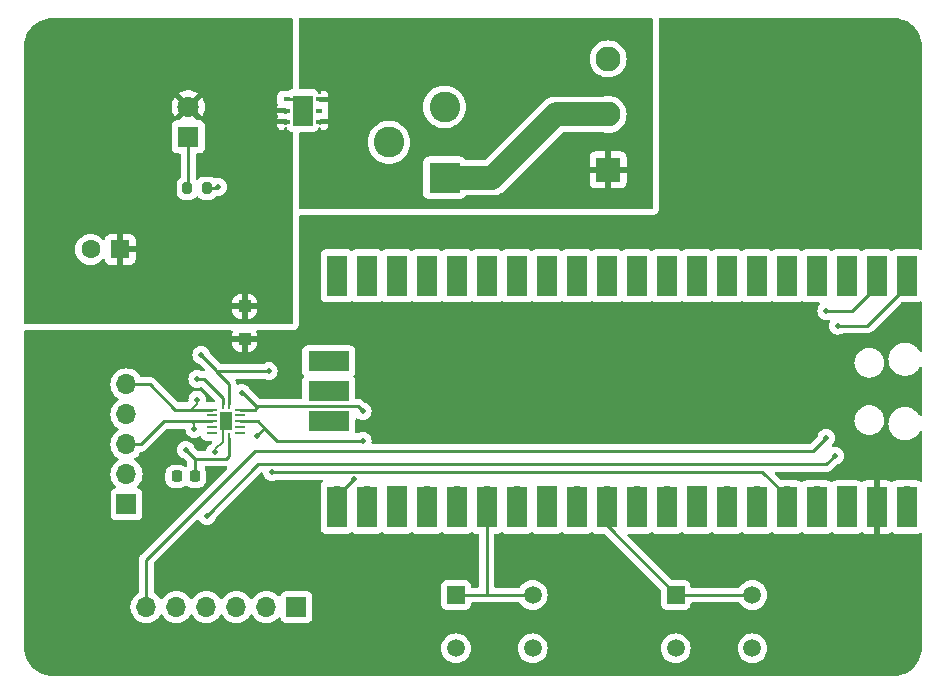
<source format=gbr>
%TF.GenerationSoftware,KiCad,Pcbnew,7.0.2-0*%
%TF.CreationDate,2023-12-18T16:01:05-05:00*%
%TF.ProjectId,AirCar-Proto,41697243-6172-42d5-9072-6f746f2e6b69,rev?*%
%TF.SameCoordinates,Original*%
%TF.FileFunction,Copper,L1,Top*%
%TF.FilePolarity,Positive*%
%FSLAX46Y46*%
G04 Gerber Fmt 4.6, Leading zero omitted, Abs format (unit mm)*
G04 Created by KiCad (PCBNEW 7.0.2-0) date 2023-12-18 16:01:05*
%MOMM*%
%LPD*%
G01*
G04 APERTURE LIST*
G04 Aperture macros list*
%AMRoundRect*
0 Rectangle with rounded corners*
0 $1 Rounding radius*
0 $2 $3 $4 $5 $6 $7 $8 $9 X,Y pos of 4 corners*
0 Add a 4 corners polygon primitive as box body*
4,1,4,$2,$3,$4,$5,$6,$7,$8,$9,$2,$3,0*
0 Add four circle primitives for the rounded corners*
1,1,$1+$1,$2,$3*
1,1,$1+$1,$4,$5*
1,1,$1+$1,$6,$7*
1,1,$1+$1,$8,$9*
0 Add four rect primitives between the rounded corners*
20,1,$1+$1,$2,$3,$4,$5,0*
20,1,$1+$1,$4,$5,$6,$7,0*
20,1,$1+$1,$6,$7,$8,$9,0*
20,1,$1+$1,$8,$9,$2,$3,0*%
G04 Aperture macros list end*
%TA.AperFunction,SMDPad,CuDef*%
%ADD10RoundRect,0.250000X0.300000X-0.300000X0.300000X0.300000X-0.300000X0.300000X-0.300000X-0.300000X0*%
%TD*%
%TA.AperFunction,SMDPad,CuDef*%
%ADD11RoundRect,0.200000X-0.200000X-0.275000X0.200000X-0.275000X0.200000X0.275000X-0.200000X0.275000X0*%
%TD*%
%TA.AperFunction,ComponentPad*%
%ADD12R,1.700000X1.700000*%
%TD*%
%TA.AperFunction,ComponentPad*%
%ADD13O,1.700000X1.700000*%
%TD*%
%TA.AperFunction,SMDPad,CuDef*%
%ADD14R,1.700000X3.500000*%
%TD*%
%TA.AperFunction,SMDPad,CuDef*%
%ADD15R,3.500000X1.700000*%
%TD*%
%TA.AperFunction,SMDPad,CuDef*%
%ADD16R,0.254000X0.812800*%
%TD*%
%TA.AperFunction,SMDPad,CuDef*%
%ADD17R,0.812800X0.254000*%
%TD*%
%TA.AperFunction,SMDPad,CuDef*%
%ADD18R,1.092200X1.574800*%
%TD*%
%TA.AperFunction,SMDPad,CuDef*%
%ADD19RoundRect,0.225000X0.225000X0.250000X-0.225000X0.250000X-0.225000X-0.250000X0.225000X-0.250000X0*%
%TD*%
%TA.AperFunction,ComponentPad*%
%ADD20R,1.600000X1.600000*%
%TD*%
%TA.AperFunction,ComponentPad*%
%ADD21C,1.600000*%
%TD*%
%TA.AperFunction,ComponentPad*%
%ADD22R,1.800000X1.800000*%
%TD*%
%TA.AperFunction,ComponentPad*%
%ADD23C,1.800000*%
%TD*%
%TA.AperFunction,SMDPad,CuDef*%
%ADD24R,0.630000X0.450000*%
%TD*%
%TA.AperFunction,SMDPad,CuDef*%
%ADD25R,1.700000X2.600000*%
%TD*%
%TA.AperFunction,ComponentPad*%
%ADD26R,1.498600X1.498600*%
%TD*%
%TA.AperFunction,ComponentPad*%
%ADD27C,1.498600*%
%TD*%
%TA.AperFunction,ComponentPad*%
%ADD28R,2.108200X2.108200*%
%TD*%
%TA.AperFunction,ComponentPad*%
%ADD29C,2.108200*%
%TD*%
%TA.AperFunction,ComponentPad*%
%ADD30R,2.600000X2.600000*%
%TD*%
%TA.AperFunction,ComponentPad*%
%ADD31C,2.600000*%
%TD*%
%TA.AperFunction,ViaPad*%
%ADD32C,0.500000*%
%TD*%
%TA.AperFunction,Conductor*%
%ADD33C,0.254000*%
%TD*%
%TA.AperFunction,Conductor*%
%ADD34C,0.127000*%
%TD*%
%TA.AperFunction,Conductor*%
%ADD35C,2.000000*%
%TD*%
%TA.AperFunction,Conductor*%
%ADD36C,0.508000*%
%TD*%
G04 APERTURE END LIST*
D10*
%TO.P,D1,1,K*%
%TO.N,/VSYS*%
X110380000Y-80810000D03*
%TO.P,D1,2,A*%
%TO.N,/V5p0*%
X110380000Y-78010000D03*
%TD*%
D11*
%TO.P,R1,1*%
%TO.N,Net-(D2-K)*%
X105525000Y-68010000D03*
%TO.P,R1,2*%
%TO.N,GND*%
X107175000Y-68010000D03*
%TD*%
D12*
%TO.P,J1,1,Pin_1*%
%TO.N,GND*%
X100380000Y-94780000D03*
D13*
%TO.P,J1,2,Pin_2*%
%TO.N,unconnected-(J1-Pin_2-Pad2)*%
X100380000Y-92240000D03*
%TO.P,J1,3,Pin_3*%
%TO.N,/Lead*%
X100380000Y-89700000D03*
%TO.P,J1,4,Pin_4*%
%TO.N,/Venc*%
X100380000Y-87160000D03*
%TO.P,J1,5,Pin_5*%
%TO.N,/Lag*%
X100380000Y-84620000D03*
%TD*%
%TO.P,U1,1,GPIO0*%
%TO.N,/PicoTx*%
X166430000Y-76330000D03*
D14*
X166430000Y-75430000D03*
D13*
%TO.P,U1,2,GPIO1*%
%TO.N,/PicoRx*%
X163890000Y-76330000D03*
D14*
X163890000Y-75430000D03*
D12*
%TO.P,U1,3,GND*%
%TO.N,GND*%
X161350000Y-76330000D03*
D14*
X161350000Y-75430000D03*
D13*
%TO.P,U1,4,GPIO2*%
%TO.N,unconnected-(U1-GPIO2-Pad4)*%
X158810000Y-76330000D03*
D14*
X158810000Y-75430000D03*
D13*
%TO.P,U1,5,GPIO3*%
%TO.N,unconnected-(U1-GPIO3-Pad5)*%
X156270000Y-76330000D03*
D14*
X156270000Y-75430000D03*
D13*
%TO.P,U1,6,GPIO4*%
%TO.N,unconnected-(U1-GPIO4-Pad6)*%
X153730000Y-76330000D03*
D14*
X153730000Y-75430000D03*
D13*
%TO.P,U1,7,GPIO5*%
%TO.N,unconnected-(U1-GPIO5-Pad7)*%
X151190000Y-76330000D03*
D14*
X151190000Y-75430000D03*
D12*
%TO.P,U1,8,GND*%
%TO.N,GND*%
X148650000Y-76330000D03*
D14*
X148650000Y-75430000D03*
D13*
%TO.P,U1,9,GPIO6*%
%TO.N,unconnected-(U1-GPIO6-Pad9)*%
X146110000Y-76330000D03*
D14*
X146110000Y-75430000D03*
D13*
%TO.P,U1,10,GPIO7*%
%TO.N,unconnected-(U1-GPIO7-Pad10)*%
X143570000Y-76330000D03*
D14*
X143570000Y-75430000D03*
D13*
%TO.P,U1,11,GPIO8*%
%TO.N,unconnected-(U1-GPIO8-Pad11)*%
X141030000Y-76330000D03*
D14*
X141030000Y-75430000D03*
D13*
%TO.P,U1,12,GPIO9*%
%TO.N,unconnected-(U1-GPIO9-Pad12)*%
X138490000Y-76330000D03*
D14*
X138490000Y-75430000D03*
D12*
%TO.P,U1,13,GND*%
%TO.N,GND*%
X135950000Y-76330000D03*
D14*
X135950000Y-75430000D03*
D13*
%TO.P,U1,14,GPIO10*%
%TO.N,unconnected-(U1-GPIO10-Pad14)*%
X133410000Y-76330000D03*
D14*
X133410000Y-75430000D03*
D13*
%TO.P,U1,15,GPIO11*%
%TO.N,unconnected-(U1-GPIO11-Pad15)*%
X130870000Y-76330000D03*
D14*
X130870000Y-75430000D03*
D13*
%TO.P,U1,16,GPIO12*%
%TO.N,unconnected-(U1-GPIO12-Pad16)*%
X128330000Y-76330000D03*
D14*
X128330000Y-75430000D03*
D13*
%TO.P,U1,17,GPIO13*%
%TO.N,unconnected-(U1-GPIO13-Pad17)*%
X125790000Y-76330000D03*
D14*
X125790000Y-75430000D03*
D12*
%TO.P,U1,18,GND*%
%TO.N,GND*%
X123250000Y-76330000D03*
D14*
X123250000Y-75430000D03*
D13*
%TO.P,U1,19,GPIO14*%
%TO.N,unconnected-(U1-GPIO14-Pad19)*%
X120710000Y-76330000D03*
D14*
X120710000Y-75430000D03*
D13*
%TO.P,U1,20,GPIO15*%
%TO.N,unconnected-(U1-GPIO15-Pad20)*%
X118170000Y-76330000D03*
D14*
X118170000Y-75430000D03*
D13*
%TO.P,U1,21,GPIO16*%
%TO.N,/Lag_3P3*%
X118170000Y-94110000D03*
D14*
X118170000Y-95010000D03*
D13*
%TO.P,U1,22,GPIO17*%
%TO.N,/Lead_3P3*%
X120710000Y-94110000D03*
D14*
X120710000Y-95010000D03*
D12*
%TO.P,U1,23,GND*%
%TO.N,GND*%
X123250000Y-94110000D03*
D14*
X123250000Y-95010000D03*
D13*
%TO.P,U1,24,GPIO18*%
%TO.N,unconnected-(U1-GPIO18-Pad24)*%
X125790000Y-94110000D03*
D14*
X125790000Y-95010000D03*
D13*
%TO.P,U1,25,GPIO19*%
%TO.N,unconnected-(U1-GPIO19-Pad25)*%
X128330000Y-94110000D03*
D14*
X128330000Y-95010000D03*
D13*
%TO.P,U1,26,GPIO20*%
%TO.N,Net-(U1-GPIO20)*%
X130870000Y-94110000D03*
D14*
X130870000Y-95010000D03*
D13*
%TO.P,U1,27,GPIO21*%
%TO.N,unconnected-(U1-GPIO21-Pad27)*%
X133410000Y-94110000D03*
D14*
X133410000Y-95010000D03*
D12*
%TO.P,U1,28,GND*%
%TO.N,GND*%
X135950000Y-94110000D03*
D14*
X135950000Y-95010000D03*
D13*
%TO.P,U1,29,GPIO22*%
%TO.N,unconnected-(U1-GPIO22-Pad29)*%
X138490000Y-94110000D03*
D14*
X138490000Y-95010000D03*
D13*
%TO.P,U1,30,RUN*%
%TO.N,Net-(U1-RUN)*%
X141030000Y-94110000D03*
D14*
X141030000Y-95010000D03*
D13*
%TO.P,U1,31,GPIO26_ADC0*%
%TO.N,unconnected-(U1-GPIO26_ADC0-Pad31)*%
X143570000Y-94110000D03*
D14*
X143570000Y-95010000D03*
D13*
%TO.P,U1,32,GPIO27_ADC1*%
%TO.N,unconnected-(U1-GPIO27_ADC1-Pad32)*%
X146110000Y-94110000D03*
D14*
X146110000Y-95010000D03*
D12*
%TO.P,U1,33,AGND*%
%TO.N,GND*%
X148650000Y-94110000D03*
D14*
X148650000Y-95010000D03*
D13*
%TO.P,U1,34,GPIO28_ADC2*%
%TO.N,unconnected-(U1-GPIO28_ADC2-Pad34)*%
X151190000Y-94110000D03*
D14*
X151190000Y-95010000D03*
D13*
%TO.P,U1,35,ADC_VREF*%
%TO.N,unconnected-(U1-ADC_VREF-Pad35)*%
X153730000Y-94110000D03*
D14*
X153730000Y-95010000D03*
D13*
%TO.P,U1,36,3V3*%
%TO.N,/V3P3*%
X156270000Y-94110000D03*
D14*
X156270000Y-95010000D03*
D13*
%TO.P,U1,37,3V3_EN*%
%TO.N,unconnected-(U1-3V3_EN-Pad37)*%
X158810000Y-94110000D03*
D14*
X158810000Y-95010000D03*
D12*
%TO.P,U1,38,GND*%
%TO.N,GND*%
X161350000Y-94110000D03*
D14*
X161350000Y-95010000D03*
D13*
%TO.P,U1,39,VSYS*%
%TO.N,/VSYS*%
X163890000Y-94110000D03*
D14*
X163890000Y-95010000D03*
D13*
%TO.P,U1,40,VBUS*%
%TO.N,unconnected-(U1-VBUS-Pad40)*%
X166430000Y-94110000D03*
D14*
X166430000Y-95010000D03*
D13*
%TO.P,U1,41,SWCLK*%
%TO.N,Net-(J3-Pin_3)*%
X118400000Y-82680000D03*
D15*
X117500000Y-82680000D03*
D12*
%TO.P,U1,42,GND*%
%TO.N,GND*%
X118400000Y-85220000D03*
D15*
X117500000Y-85220000D03*
D13*
%TO.P,U1,43,SWDIO*%
%TO.N,Net-(J3-Pin_1)*%
X118400000Y-87760000D03*
D15*
X117500000Y-87760000D03*
%TD*%
D16*
%TO.P,U3,1,VA*%
%TO.N,/Venc*%
X108532200Y-86312200D03*
D17*
%TO.P,U3,2,A1*%
%TO.N,/Lag*%
X107588400Y-86759999D03*
%TO.P,U3,3,A2*%
%TO.N,unconnected-(U3-A2-Pad3)*%
X107588400Y-87260001D03*
%TO.P,U3,4,A3*%
%TO.N,/Lead*%
X107588400Y-87760000D03*
%TO.P,U3,5,A4*%
%TO.N,unconnected-(U3-A4-Pad5)*%
X107588400Y-88259999D03*
%TO.P,U3,6*%
%TO.N,N/C*%
X107588400Y-88760001D03*
D16*
%TO.P,U3,7,GND*%
%TO.N,GND*%
X108532200Y-89207800D03*
%TO.P,U3,8,OE*%
%TO.N,/Venc*%
X109032200Y-89207800D03*
D17*
%TO.P,U3,9*%
%TO.N,unconnected-(U3-Pad9)*%
X109976000Y-88760001D03*
%TO.P,U3,10,B4*%
%TO.N,unconnected-(U3-B4-Pad10)*%
X109976000Y-88259999D03*
%TO.P,U3,11,B3*%
%TO.N,/Lead_3P3*%
X109976000Y-87760000D03*
%TO.P,U3,12,B2*%
%TO.N,unconnected-(U3-B2-Pad12)*%
X109976000Y-87260001D03*
%TO.P,U3,13,B1*%
%TO.N,/Lag_3P3*%
X109976000Y-86759999D03*
D16*
%TO.P,U3,14,VB*%
%TO.N,/V3P3*%
X109032200Y-86312200D03*
D18*
%TO.P,U3,15,GND*%
%TO.N,GND*%
X108782200Y-87760000D03*
%TD*%
D19*
%TO.P,C2,1*%
%TO.N,/Venc*%
X106180000Y-92410000D03*
%TO.P,C2,2*%
%TO.N,GND*%
X104630000Y-92410000D03*
%TD*%
D20*
%TO.P,C1,1*%
%TO.N,/V5p0*%
X99845000Y-73195000D03*
D21*
%TO.P,C1,2*%
%TO.N,GND*%
X97345000Y-73195000D03*
%TD*%
D22*
%TO.P,D2,1,K*%
%TO.N,Net-(D2-K)*%
X105600000Y-63675000D03*
D23*
%TO.P,D2,2,A*%
%TO.N,/V5p0*%
X105600000Y-61135000D03*
%TD*%
D12*
%TO.P,J3,1,Pin_1*%
%TO.N,Net-(J3-Pin_1)*%
X114770000Y-103460000D03*
D13*
%TO.P,J3,2,Pin_2*%
%TO.N,GND*%
X112230000Y-103460000D03*
%TO.P,J3,3,Pin_3*%
%TO.N,Net-(J3-Pin_3)*%
X109690000Y-103460000D03*
%TO.P,J3,4,Pin_4*%
%TO.N,/PicoTx*%
X107150000Y-103460000D03*
%TO.P,J3,5,Pin_5*%
%TO.N,unconnected-(J3-Pin_5-Pad5)*%
X104610000Y-103460000D03*
%TO.P,J3,6,Pin_6*%
%TO.N,/PicoRx*%
X102070000Y-103460000D03*
%TD*%
D24*
%TO.P,U2,1,GND*%
%TO.N,GND*%
X113962800Y-60494960D03*
%TO.P,U2,2,ADJ/sense*%
%TO.N,/V5p0*%
X113962800Y-61444960D03*
%TO.P,U2,3,VOUT*%
X113962800Y-62394960D03*
%TO.P,U2,4,VIN*%
%TO.N,/V9P0_SW*%
X116642800Y-62394960D03*
%TO.P,U2,5,NC*%
%TO.N,unconnected-(U2-NC-Pad5)*%
X116642800Y-61444960D03*
%TO.P,U2,6,EN*%
%TO.N,/V9P0_SW*%
X116642800Y-60494960D03*
D25*
%TO.P,U2,7,GND*%
%TO.N,GND*%
X115302800Y-61444960D03*
%TD*%
D26*
%TO.P,Reset1,1,1*%
%TO.N,Net-(U1-RUN)*%
X146880000Y-102460000D03*
D27*
%TO.P,Reset1,2,2*%
X153380002Y-102460000D03*
%TO.P,Reset1,3,3*%
%TO.N,GND*%
X146880000Y-106960001D03*
%TO.P,Reset1,4,4*%
X153380002Y-106960001D03*
%TD*%
D28*
%TO.P,SW2,1,A*%
%TO.N,/V9P0_SW*%
X141160000Y-66464000D03*
D29*
%TO.P,SW2,2,B*%
%TO.N,/V9P0*%
X141160000Y-61765000D03*
%TO.P,SW2,3,C*%
%TO.N,unconnected-(SW2-C-Pad3)*%
X141160000Y-57066000D03*
%TD*%
D26*
%TO.P,USER1,1,1*%
%TO.N,Net-(U1-GPIO20)*%
X128280001Y-102460000D03*
D27*
%TO.P,USER1,2,2*%
X134780003Y-102460000D03*
%TO.P,USER1,3,3*%
%TO.N,GND*%
X128280001Y-106960001D03*
%TO.P,USER1,4,4*%
X134780003Y-106960001D03*
%TD*%
D30*
%TO.P,J4,1*%
%TO.N,/V9P0*%
X127305000Y-67130000D03*
D31*
%TO.P,J4,2*%
%TO.N,GND*%
X127305000Y-61130000D03*
%TO.P,J4,3*%
X122605000Y-64130000D03*
%TD*%
D32*
%TO.N,/PicoTx*%
X160630000Y-79660000D03*
X107200000Y-95760000D03*
X160380000Y-90660000D03*
%TO.N,/PicoRx*%
X159630000Y-89170000D03*
X159630000Y-78410000D03*
%TO.N,/Lag*%
X106380000Y-85910000D03*
%TO.N,/Lead*%
X106130000Y-88410000D03*
%TO.N,GND*%
X104630000Y-92410000D03*
X115380000Y-62160000D03*
X107880000Y-90346500D03*
X108130000Y-67910000D03*
X115380000Y-60910000D03*
%TO.N,/V5p0*%
X104080000Y-77520000D03*
X104080000Y-78650000D03*
%TO.N,/Venc*%
X105379998Y-90160000D03*
X106380000Y-84160000D03*
%TO.N,/V3P3*%
X112420000Y-83510000D03*
X106710000Y-82140000D03*
X112700000Y-92060000D03*
%TO.N,/Lag_3P3*%
X119630000Y-92660000D03*
X120380000Y-86910000D03*
X110120000Y-85360000D03*
%TO.N,/Lead_3P3*%
X111410000Y-88960000D03*
X120380000Y-89410000D03*
%TD*%
D33*
%TO.N,/PicoTx*%
X159630000Y-91410000D02*
X111550000Y-91410000D01*
X160380000Y-90660000D02*
X159630000Y-91410000D01*
X163100000Y-79660000D02*
X166430000Y-76330000D01*
X160630000Y-79660000D02*
X163100000Y-79660000D01*
X111550000Y-91410000D02*
X107200000Y-95760000D01*
%TO.N,/PicoRx*%
X102070000Y-103460000D02*
X102070000Y-99470000D01*
X110320000Y-91220000D02*
X111230000Y-90310000D01*
X111230000Y-90310000D02*
X158490000Y-90310000D01*
X161810000Y-78410000D02*
X159630000Y-78410000D01*
X158490000Y-90310000D02*
X159630000Y-89170000D01*
X163890000Y-76330000D02*
X161810000Y-78410000D01*
X102070000Y-99470000D02*
X110320000Y-91220000D01*
%TO.N,Net-(U1-RUN)*%
X146930000Y-102460000D02*
X141030000Y-96560000D01*
X141030000Y-96560000D02*
X141030000Y-94110000D01*
X153380002Y-102460000D02*
X146930000Y-102460000D01*
D34*
%TO.N,/Lag*%
X106380000Y-85910000D02*
X106380000Y-86259999D01*
D33*
X104479999Y-86759999D02*
X102340000Y-84620000D01*
X107588400Y-86759999D02*
X105880000Y-86759999D01*
X105880000Y-86759999D02*
X104479999Y-86759999D01*
D34*
X106380000Y-86259999D02*
X105880000Y-86759999D01*
D33*
X102340000Y-84620000D02*
X100380000Y-84620000D01*
%TO.N,/Lead*%
X103530000Y-87760000D02*
X101590000Y-89700000D01*
D34*
X106130000Y-88010000D02*
X105880000Y-87760000D01*
X106130000Y-88410000D02*
X106130000Y-88010000D01*
D33*
X105880000Y-87760000D02*
X103530000Y-87760000D01*
X107588400Y-87760000D02*
X105880000Y-87760000D01*
X101590000Y-89700000D02*
X100380000Y-89700000D01*
D35*
%TO.N,/V9P0*%
X136715000Y-61765000D02*
X141160000Y-61765000D01*
X127305000Y-67130000D02*
X131350000Y-67130000D01*
X131350000Y-67130000D02*
X136715000Y-61765000D01*
D33*
%TO.N,Net-(U1-GPIO20)*%
X130870000Y-94110000D02*
X130870000Y-102450000D01*
X130870000Y-102450000D02*
X130880000Y-102460000D01*
X130880000Y-102460000D02*
X128280001Y-102460000D01*
X134780003Y-102460000D02*
X130880000Y-102460000D01*
D36*
%TO.N,GND*%
X114880000Y-61022160D02*
X114880000Y-61410000D01*
D34*
X108532200Y-88010000D02*
X108782200Y-87760000D01*
D36*
X114880000Y-60660000D02*
X114880000Y-61022160D01*
X115630000Y-61410000D02*
X115302800Y-61444960D01*
D33*
X113855000Y-60495000D02*
X114715000Y-60495000D01*
X114715000Y-60495000D02*
X114880000Y-60660000D01*
X107175000Y-68010000D02*
X108030000Y-68010000D01*
D34*
X108532200Y-89487200D02*
X107880000Y-90139400D01*
D36*
X114880000Y-61410000D02*
X115267840Y-61410000D01*
D34*
X108532200Y-89207800D02*
X108532200Y-88010000D01*
X107880000Y-90139400D02*
X107880000Y-90346500D01*
D33*
X108030000Y-68010000D02*
X108130000Y-67910000D01*
D34*
X108532200Y-89207800D02*
X108532200Y-89487200D01*
D36*
X115267840Y-61410000D02*
X115630000Y-61410000D01*
D33*
%TO.N,Net-(D2-K)*%
X105600000Y-67935000D02*
X105525000Y-68010000D01*
X105600000Y-63675000D02*
X105600000Y-67935000D01*
%TO.N,/V9P0_SW*%
X118715000Y-60495000D02*
X116750600Y-60495000D01*
X116750600Y-62394920D02*
X118645080Y-62394920D01*
X119130000Y-60910000D02*
X118715000Y-60495000D01*
X118645080Y-62394920D02*
X119130000Y-61910000D01*
X119130000Y-61910000D02*
X119130000Y-60910000D01*
%TO.N,/Venc*%
X106180000Y-92410000D02*
X106146198Y-92376198D01*
X109032200Y-89207800D02*
X109032200Y-90677800D01*
X106950000Y-84160000D02*
X106380000Y-84160000D01*
X106146198Y-92376198D02*
X106146198Y-90926200D01*
X108532200Y-86312200D02*
X108532200Y-85742200D01*
X108532200Y-85742200D02*
X106950000Y-84160000D01*
X106146198Y-90926200D02*
X105379998Y-90160000D01*
X108783800Y-90926200D02*
X106146198Y-90926200D01*
X109032200Y-90677800D02*
X108783800Y-90926200D01*
%TO.N,/V3P3*%
X109032200Y-86312200D02*
X109032200Y-84562200D01*
X154220000Y-92060000D02*
X112700000Y-92060000D01*
X156270000Y-94110000D02*
X154220000Y-92060000D01*
X107980000Y-83510000D02*
X107980000Y-83410000D01*
X107980000Y-83410000D02*
X106710000Y-82140000D01*
X107980000Y-83510000D02*
X112420000Y-83510000D01*
X109032200Y-84562200D02*
X107980000Y-83510000D01*
%TO.N,/Lag_3P3*%
X111226700Y-86336700D02*
X111210000Y-86320000D01*
X111210000Y-86320000D02*
X110250000Y-85360000D01*
X119960000Y-86490000D02*
X120380000Y-86910000D01*
X111670000Y-86490000D02*
X111380000Y-86490000D01*
X111670000Y-86490000D02*
X119960000Y-86490000D01*
X111380000Y-86490000D02*
X111210000Y-86320000D01*
X110250000Y-85360000D02*
X110120000Y-85360000D01*
X109976000Y-86759999D02*
X111239999Y-86759999D01*
X111509998Y-86490000D02*
X111670000Y-86490000D01*
X119630000Y-92660000D02*
X119620000Y-92660000D01*
X111239999Y-86759999D02*
X111509998Y-86490000D01*
X119620000Y-92660000D02*
X118170000Y-94110000D01*
%TO.N,/Lead_3P3*%
X113130000Y-89410000D02*
X112030000Y-88310000D01*
X111410000Y-88960000D02*
X112030000Y-88340000D01*
X120380000Y-89410000D02*
X113130000Y-89410000D01*
X111480000Y-87760000D02*
X109976000Y-87760000D01*
X112030000Y-88310000D02*
X111480000Y-87760000D01*
X112030000Y-88340000D02*
X112030000Y-88310000D01*
%TD*%
%TA.AperFunction,Conductor*%
%TO.N,/V5p0*%
G36*
X114433039Y-53605185D02*
G01*
X114478794Y-53657989D01*
X114490000Y-53709500D01*
X114489999Y-59523931D01*
X114470314Y-59590970D01*
X114417510Y-59636725D01*
X114379253Y-59647221D01*
X114345315Y-59650869D01*
X114210467Y-59701164D01*
X114152275Y-59744727D01*
X114086811Y-59769144D01*
X114077965Y-59769460D01*
X113603239Y-59769460D01*
X113603220Y-59769460D01*
X113599928Y-59769461D01*
X113596648Y-59769813D01*
X113596640Y-59769814D01*
X113540315Y-59775869D01*
X113405469Y-59826164D01*
X113290254Y-59912414D01*
X113204004Y-60027628D01*
X113204003Y-60027629D01*
X113204004Y-60027629D01*
X113153709Y-60162477D01*
X113147300Y-60222087D01*
X113147300Y-60225408D01*
X113147300Y-60225409D01*
X113147300Y-60764520D01*
X113147300Y-60764538D01*
X113147301Y-60767832D01*
X113147653Y-60771112D01*
X113147654Y-60771119D01*
X113153709Y-60827444D01*
X113190968Y-60927341D01*
X113195952Y-60997033D01*
X113190968Y-61014006D01*
X113154201Y-61112584D01*
X113148154Y-61168827D01*
X113147800Y-61175441D01*
X113147800Y-61219960D01*
X113590604Y-61219960D01*
X113596828Y-61220126D01*
X113599927Y-61220460D01*
X113828300Y-61220459D01*
X113895339Y-61240143D01*
X113941094Y-61292947D01*
X113952300Y-61344459D01*
X113952300Y-61585098D01*
X113932615Y-61652137D01*
X113879811Y-61697892D01*
X113810653Y-61707836D01*
X113747097Y-61678811D01*
X113740619Y-61672779D01*
X113737800Y-61669960D01*
X113147800Y-61669960D01*
X113147800Y-61714478D01*
X113148154Y-61721092D01*
X113154200Y-61777333D01*
X113191235Y-61876627D01*
X113196219Y-61946319D01*
X113191235Y-61963293D01*
X113154200Y-62062586D01*
X113148154Y-62118827D01*
X113147800Y-62125441D01*
X113147800Y-62169960D01*
X113737799Y-62169960D01*
X113740618Y-62167141D01*
X113801940Y-62133655D01*
X113871632Y-62138639D01*
X113927566Y-62180509D01*
X113951984Y-62245973D01*
X113952300Y-62254821D01*
X113952300Y-62535098D01*
X113932615Y-62602137D01*
X113879811Y-62647892D01*
X113810653Y-62657836D01*
X113747097Y-62628811D01*
X113740619Y-62622779D01*
X113737800Y-62619960D01*
X113147800Y-62619960D01*
X113147800Y-62664478D01*
X113148154Y-62671092D01*
X113154200Y-62727331D01*
X113204447Y-62862049D01*
X113290611Y-62977148D01*
X113405710Y-63063312D01*
X113540428Y-63113559D01*
X113596667Y-63119605D01*
X113603282Y-63119960D01*
X113737800Y-63119960D01*
X113737800Y-62947449D01*
X113757485Y-62880410D01*
X113810289Y-62834655D01*
X113879447Y-62824711D01*
X113943003Y-62853736D01*
X113977981Y-62904115D01*
X114009004Y-62987291D01*
X114095254Y-63102506D01*
X114210469Y-63188756D01*
X114345317Y-63239051D01*
X114379255Y-63242699D01*
X114443805Y-63269436D01*
X114483654Y-63326828D01*
X114490000Y-63365989D01*
X114490000Y-79421000D01*
X114470315Y-79488039D01*
X114417511Y-79533794D01*
X114366000Y-79545000D01*
X91829500Y-79545000D01*
X91762461Y-79525315D01*
X91716706Y-79472511D01*
X91705500Y-79421000D01*
X91705500Y-78260000D01*
X109330001Y-78260000D01*
X109330001Y-78356829D01*
X109330321Y-78363111D01*
X109340493Y-78462695D01*
X109395642Y-78629122D01*
X109487683Y-78778345D01*
X109611654Y-78902316D01*
X109760877Y-78994357D01*
X109927303Y-79049506D01*
X110026890Y-79059680D01*
X110033168Y-79059999D01*
X110130000Y-79059998D01*
X110130000Y-78260000D01*
X110630000Y-78260000D01*
X110630000Y-79059999D01*
X110726829Y-79059999D01*
X110733111Y-79059678D01*
X110832695Y-79049506D01*
X110999122Y-78994357D01*
X111148345Y-78902316D01*
X111272316Y-78778345D01*
X111364357Y-78629122D01*
X111419506Y-78462696D01*
X111429680Y-78363109D01*
X111430000Y-78356831D01*
X111430000Y-78260000D01*
X110630000Y-78260000D01*
X110130000Y-78260000D01*
X109330001Y-78260000D01*
X91705500Y-78260000D01*
X91705500Y-77760000D01*
X109330000Y-77760000D01*
X110130000Y-77760000D01*
X110130000Y-76960000D01*
X110630000Y-76960000D01*
X110630000Y-77760000D01*
X111429999Y-77760000D01*
X111429999Y-77663170D01*
X111429678Y-77656888D01*
X111419506Y-77557304D01*
X111364357Y-77390877D01*
X111272316Y-77241654D01*
X111148345Y-77117683D01*
X110999122Y-77025642D01*
X110832696Y-76970493D01*
X110733109Y-76960319D01*
X110726832Y-76960000D01*
X110630000Y-76960000D01*
X110130000Y-76960000D01*
X110130000Y-76959999D01*
X110033172Y-76960000D01*
X110026888Y-76960321D01*
X109927304Y-76970493D01*
X109760877Y-77025642D01*
X109611654Y-77117683D01*
X109487683Y-77241654D01*
X109395642Y-77390877D01*
X109340493Y-77557303D01*
X109330319Y-77656890D01*
X109330000Y-77663168D01*
X109330000Y-77760000D01*
X91705500Y-77760000D01*
X91705500Y-73195000D01*
X96039531Y-73195000D01*
X96059364Y-73421689D01*
X96118261Y-73641497D01*
X96214432Y-73847735D01*
X96344953Y-74034140D01*
X96505859Y-74195046D01*
X96692264Y-74325567D01*
X96692265Y-74325567D01*
X96692266Y-74325568D01*
X96898504Y-74421739D01*
X97118308Y-74480635D01*
X97345000Y-74500468D01*
X97571692Y-74480635D01*
X97791496Y-74421739D01*
X97997734Y-74325568D01*
X98184139Y-74195047D01*
X98341481Y-74037704D01*
X98402803Y-74004221D01*
X98472494Y-74009205D01*
X98528428Y-74051076D01*
X98543265Y-74088786D01*
X98545959Y-74087782D01*
X98601647Y-74237089D01*
X98687811Y-74352188D01*
X98802910Y-74438352D01*
X98937628Y-74488599D01*
X98993867Y-74494645D01*
X99000482Y-74495000D01*
X99595000Y-74495000D01*
X99594999Y-73510685D01*
X99606955Y-73522641D01*
X99719852Y-73580165D01*
X99813519Y-73595000D01*
X99876481Y-73595000D01*
X99970148Y-73580165D01*
X100083045Y-73522641D01*
X100095000Y-73510686D01*
X100095000Y-74495000D01*
X100689518Y-74495000D01*
X100696132Y-74494645D01*
X100752371Y-74488599D01*
X100887089Y-74438352D01*
X101002188Y-74352188D01*
X101088352Y-74237089D01*
X101138599Y-74102371D01*
X101144645Y-74046132D01*
X101145000Y-74039518D01*
X101145000Y-73445000D01*
X100160686Y-73445000D01*
X100172641Y-73433045D01*
X100230165Y-73320148D01*
X100249986Y-73195000D01*
X100230165Y-73069852D01*
X100172641Y-72956955D01*
X100160686Y-72945000D01*
X101145000Y-72945000D01*
X101145000Y-72350481D01*
X101144645Y-72343867D01*
X101138599Y-72287628D01*
X101088352Y-72152910D01*
X101002188Y-72037811D01*
X100887089Y-71951647D01*
X100752371Y-71901400D01*
X100696132Y-71895354D01*
X100689518Y-71895000D01*
X100095000Y-71895000D01*
X100095000Y-72879314D01*
X100083045Y-72867359D01*
X99970148Y-72809835D01*
X99876481Y-72795000D01*
X99813519Y-72795000D01*
X99719852Y-72809835D01*
X99606955Y-72867359D01*
X99594999Y-72879314D01*
X99595000Y-71895000D01*
X99000482Y-71895000D01*
X98993867Y-71895354D01*
X98937628Y-71901400D01*
X98802910Y-71951647D01*
X98687811Y-72037811D01*
X98601647Y-72152910D01*
X98545959Y-72302218D01*
X98542845Y-72301056D01*
X98525710Y-72342421D01*
X98468317Y-72382268D01*
X98398491Y-72384759D01*
X98341480Y-72352293D01*
X98184140Y-72194953D01*
X97997735Y-72064432D01*
X97791497Y-71968261D01*
X97571689Y-71909364D01*
X97345000Y-71889531D01*
X97118310Y-71909364D01*
X96898502Y-71968261D01*
X96692264Y-72064432D01*
X96505859Y-72194953D01*
X96344953Y-72355859D01*
X96214432Y-72542264D01*
X96118261Y-72748502D01*
X96059364Y-72968310D01*
X96039531Y-73195000D01*
X91705500Y-73195000D01*
X91705500Y-61134999D01*
X104195201Y-61134999D01*
X104214361Y-61366217D01*
X104271319Y-61591139D01*
X104364516Y-61803609D01*
X104448812Y-61932634D01*
X105155549Y-61225896D01*
X105156327Y-61236265D01*
X105205887Y-61362541D01*
X105290465Y-61468599D01*
X105402547Y-61545016D01*
X105510299Y-61578253D01*
X104850370Y-62238181D01*
X104789047Y-62271666D01*
X104762690Y-62274500D01*
X104655439Y-62274500D01*
X104655420Y-62274500D01*
X104652128Y-62274501D01*
X104648848Y-62274853D01*
X104648840Y-62274854D01*
X104592515Y-62280909D01*
X104457669Y-62331204D01*
X104342454Y-62417454D01*
X104256204Y-62532668D01*
X104205910Y-62667515D01*
X104205909Y-62667517D01*
X104199500Y-62727127D01*
X104199500Y-62730448D01*
X104199500Y-62730449D01*
X104199500Y-64619560D01*
X104199500Y-64619578D01*
X104199501Y-64622872D01*
X104205909Y-64682483D01*
X104256204Y-64817331D01*
X104342454Y-64932546D01*
X104457669Y-65018796D01*
X104592517Y-65069091D01*
X104652127Y-65075500D01*
X104848500Y-65075499D01*
X104915539Y-65095183D01*
X104961294Y-65147987D01*
X104972500Y-65199499D01*
X104972500Y-67059606D01*
X104952815Y-67126645D01*
X104912653Y-67165721D01*
X104889817Y-67179526D01*
X104769527Y-67299815D01*
X104681523Y-67445392D01*
X104630913Y-67607806D01*
X104624755Y-67675575D01*
X104624500Y-67678384D01*
X104624500Y-68341616D01*
X104624754Y-68344420D01*
X104624755Y-68344424D01*
X104630913Y-68412193D01*
X104630914Y-68412196D01*
X104681522Y-68574606D01*
X104681523Y-68574607D01*
X104769528Y-68720186D01*
X104889813Y-68840471D01*
X104889815Y-68840472D01*
X105035394Y-68928478D01*
X105197804Y-68979086D01*
X105268384Y-68985500D01*
X105271203Y-68985500D01*
X105778797Y-68985500D01*
X105781616Y-68985500D01*
X105852196Y-68979086D01*
X106014606Y-68928478D01*
X106160185Y-68840472D01*
X106262320Y-68738336D01*
X106323641Y-68704853D01*
X106393333Y-68709837D01*
X106437679Y-68738336D01*
X106539815Y-68840472D01*
X106685394Y-68928478D01*
X106847804Y-68979086D01*
X106918384Y-68985500D01*
X106921203Y-68985500D01*
X107428797Y-68985500D01*
X107431616Y-68985500D01*
X107502196Y-68979086D01*
X107664606Y-68928478D01*
X107810185Y-68840472D01*
X107930472Y-68720185D01*
X107933201Y-68715669D01*
X107984726Y-68668481D01*
X108053205Y-68656596D01*
X108130000Y-68665249D01*
X108298059Y-68646313D01*
X108457690Y-68590456D01*
X108600890Y-68500477D01*
X108720477Y-68380890D01*
X108810456Y-68237690D01*
X108866313Y-68078059D01*
X108885249Y-67910000D01*
X108866313Y-67741941D01*
X108810456Y-67582310D01*
X108720477Y-67439110D01*
X108600890Y-67319523D01*
X108457690Y-67229544D01*
X108298059Y-67173687D01*
X108298058Y-67173686D01*
X108298056Y-67173686D01*
X108130000Y-67154750D01*
X107961939Y-67173686D01*
X107914824Y-67190172D01*
X107845045Y-67193733D01*
X107809723Y-67179247D01*
X107664609Y-67091523D01*
X107502193Y-67040913D01*
X107434424Y-67034755D01*
X107434420Y-67034754D01*
X107431616Y-67034500D01*
X106918384Y-67034500D01*
X106915580Y-67034754D01*
X106915575Y-67034755D01*
X106847806Y-67040913D01*
X106787818Y-67059606D01*
X106685394Y-67091522D01*
X106685392Y-67091522D01*
X106685392Y-67091523D01*
X106539813Y-67179528D01*
X106439181Y-67280161D01*
X106377858Y-67313646D01*
X106308166Y-67308662D01*
X106252233Y-67266790D01*
X106227816Y-67201326D01*
X106227500Y-67192480D01*
X106227500Y-65199499D01*
X106247185Y-65132460D01*
X106299989Y-65086705D01*
X106351500Y-65075499D01*
X106544561Y-65075499D01*
X106547872Y-65075499D01*
X106607483Y-65069091D01*
X106742331Y-65018796D01*
X106857546Y-64932546D01*
X106943796Y-64817331D01*
X106994091Y-64682483D01*
X107000500Y-64622873D01*
X107000499Y-62727128D01*
X106994091Y-62667517D01*
X106943796Y-62532669D01*
X106857546Y-62417454D01*
X106742331Y-62331204D01*
X106607483Y-62280909D01*
X106547873Y-62274500D01*
X106544551Y-62274500D01*
X106437309Y-62274500D01*
X106370270Y-62254815D01*
X106349628Y-62238181D01*
X105688231Y-61576784D01*
X105734138Y-61569865D01*
X105856357Y-61511007D01*
X105955798Y-61418740D01*
X106023625Y-61301260D01*
X106041499Y-61222945D01*
X106751186Y-61932634D01*
X106835483Y-61803607D01*
X106928680Y-61591138D01*
X106985638Y-61366217D01*
X107004798Y-61134999D01*
X106985638Y-60903782D01*
X106928680Y-60678860D01*
X106835484Y-60466392D01*
X106751186Y-60337364D01*
X106044449Y-61044100D01*
X106043673Y-61033735D01*
X105994113Y-60907459D01*
X105909535Y-60801401D01*
X105797453Y-60724984D01*
X105689698Y-60691746D01*
X106398799Y-59982647D01*
X106368349Y-59958948D01*
X106164299Y-59848522D01*
X105944859Y-59773188D01*
X105716007Y-59735000D01*
X105483993Y-59735000D01*
X105255140Y-59773188D01*
X105035703Y-59848521D01*
X104831645Y-59958952D01*
X104801200Y-59982646D01*
X104801200Y-59982647D01*
X105511768Y-60693215D01*
X105465862Y-60700135D01*
X105343643Y-60758993D01*
X105244202Y-60851260D01*
X105176375Y-60968740D01*
X105158500Y-61047053D01*
X104448812Y-60337365D01*
X104364516Y-60466390D01*
X104271319Y-60678860D01*
X104214361Y-60903782D01*
X104195201Y-61134999D01*
X91705500Y-61134999D01*
X91705500Y-56053750D01*
X91705726Y-56046263D01*
X91723016Y-55760423D01*
X91724821Y-55745558D01*
X91775763Y-55467578D01*
X91779341Y-55453060D01*
X91863428Y-55183210D01*
X91868723Y-55169251D01*
X91984721Y-54911516D01*
X91991664Y-54898287D01*
X92137884Y-54656407D01*
X92146371Y-54644112D01*
X92320678Y-54421626D01*
X92330593Y-54410435D01*
X92530435Y-54210593D01*
X92541626Y-54200678D01*
X92764112Y-54026371D01*
X92776407Y-54017884D01*
X93018287Y-53871664D01*
X93031516Y-53864721D01*
X93289251Y-53748723D01*
X93303210Y-53743428D01*
X93573060Y-53659341D01*
X93587574Y-53655763D01*
X93865562Y-53604820D01*
X93880420Y-53603016D01*
X94166263Y-53585726D01*
X94173751Y-53585500D01*
X114366000Y-53585500D01*
X114433039Y-53605185D01*
G37*
%TD.AperFunction*%
%TD*%
%TA.AperFunction,Conductor*%
%TO.N,/VSYS*%
G36*
X165293736Y-53585726D02*
G01*
X165579577Y-53603016D01*
X165594439Y-53604820D01*
X165730670Y-53629786D01*
X165872421Y-53655763D01*
X165886943Y-53659342D01*
X166156784Y-53743427D01*
X166170754Y-53748725D01*
X166428476Y-53864718D01*
X166441718Y-53871668D01*
X166683584Y-54017879D01*
X166695894Y-54026377D01*
X166918364Y-54200671D01*
X166929572Y-54210601D01*
X167129398Y-54410427D01*
X167139328Y-54421635D01*
X167313618Y-54644099D01*
X167322122Y-54656419D01*
X167398546Y-54782840D01*
X167468327Y-54898273D01*
X167475285Y-54911531D01*
X167591270Y-55169237D01*
X167596575Y-55183225D01*
X167680653Y-55453040D01*
X167684236Y-55467578D01*
X167735178Y-55745558D01*
X167736983Y-55760423D01*
X167754273Y-56046262D01*
X167754499Y-56053749D01*
X167754499Y-73162283D01*
X167734814Y-73229322D01*
X167682010Y-73275077D01*
X167612852Y-73285021D01*
X167556189Y-73261550D01*
X167522331Y-73236204D01*
X167387483Y-73185909D01*
X167327873Y-73179500D01*
X167324550Y-73179500D01*
X165535439Y-73179500D01*
X165535420Y-73179500D01*
X165532128Y-73179501D01*
X165528848Y-73179853D01*
X165528840Y-73179854D01*
X165472515Y-73185909D01*
X165337667Y-73236204D01*
X165234310Y-73313577D01*
X165168846Y-73337994D01*
X165100573Y-73323142D01*
X165085690Y-73313577D01*
X164982333Y-73236205D01*
X164982331Y-73236204D01*
X164847483Y-73185909D01*
X164787873Y-73179500D01*
X164784550Y-73179500D01*
X162995439Y-73179500D01*
X162995420Y-73179500D01*
X162992128Y-73179501D01*
X162988848Y-73179853D01*
X162988840Y-73179854D01*
X162932515Y-73185909D01*
X162797667Y-73236204D01*
X162694310Y-73313577D01*
X162628846Y-73337994D01*
X162560573Y-73323142D01*
X162545690Y-73313577D01*
X162442333Y-73236205D01*
X162442331Y-73236204D01*
X162307483Y-73185909D01*
X162247873Y-73179500D01*
X162244550Y-73179500D01*
X160455439Y-73179500D01*
X160455420Y-73179500D01*
X160452128Y-73179501D01*
X160448848Y-73179853D01*
X160448840Y-73179854D01*
X160392515Y-73185909D01*
X160257667Y-73236204D01*
X160154310Y-73313577D01*
X160088846Y-73337994D01*
X160020573Y-73323142D01*
X160005690Y-73313577D01*
X159902333Y-73236205D01*
X159902331Y-73236204D01*
X159767483Y-73185909D01*
X159707873Y-73179500D01*
X159704550Y-73179500D01*
X157915439Y-73179500D01*
X157915420Y-73179500D01*
X157912128Y-73179501D01*
X157908848Y-73179853D01*
X157908840Y-73179854D01*
X157852515Y-73185909D01*
X157717667Y-73236204D01*
X157614310Y-73313577D01*
X157548846Y-73337994D01*
X157480573Y-73323142D01*
X157465690Y-73313577D01*
X157362333Y-73236205D01*
X157362331Y-73236204D01*
X157227483Y-73185909D01*
X157167873Y-73179500D01*
X157164550Y-73179500D01*
X155375439Y-73179500D01*
X155375420Y-73179500D01*
X155372128Y-73179501D01*
X155368848Y-73179853D01*
X155368840Y-73179854D01*
X155312515Y-73185909D01*
X155177667Y-73236204D01*
X155074310Y-73313577D01*
X155008846Y-73337994D01*
X154940573Y-73323142D01*
X154925690Y-73313577D01*
X154822333Y-73236205D01*
X154822331Y-73236204D01*
X154687483Y-73185909D01*
X154627873Y-73179500D01*
X154624550Y-73179500D01*
X152835439Y-73179500D01*
X152835420Y-73179500D01*
X152832128Y-73179501D01*
X152828848Y-73179853D01*
X152828840Y-73179854D01*
X152772515Y-73185909D01*
X152637667Y-73236204D01*
X152534310Y-73313577D01*
X152468846Y-73337994D01*
X152400573Y-73323142D01*
X152385690Y-73313577D01*
X152282333Y-73236205D01*
X152282331Y-73236204D01*
X152147483Y-73185909D01*
X152087873Y-73179500D01*
X152084550Y-73179500D01*
X150295439Y-73179500D01*
X150295420Y-73179500D01*
X150292128Y-73179501D01*
X150288848Y-73179853D01*
X150288840Y-73179854D01*
X150232515Y-73185909D01*
X150097667Y-73236204D01*
X149994310Y-73313577D01*
X149928846Y-73337994D01*
X149860573Y-73323142D01*
X149845690Y-73313577D01*
X149742333Y-73236205D01*
X149742331Y-73236204D01*
X149607483Y-73185909D01*
X149547873Y-73179500D01*
X149544550Y-73179500D01*
X147755439Y-73179500D01*
X147755420Y-73179500D01*
X147752128Y-73179501D01*
X147748848Y-73179853D01*
X147748840Y-73179854D01*
X147692515Y-73185909D01*
X147557667Y-73236204D01*
X147454310Y-73313577D01*
X147388846Y-73337994D01*
X147320573Y-73323142D01*
X147305690Y-73313577D01*
X147202333Y-73236205D01*
X147202331Y-73236204D01*
X147067483Y-73185909D01*
X147007873Y-73179500D01*
X147004550Y-73179500D01*
X145215439Y-73179500D01*
X145215420Y-73179500D01*
X145212128Y-73179501D01*
X145208848Y-73179853D01*
X145208840Y-73179854D01*
X145152515Y-73185909D01*
X145017667Y-73236204D01*
X144914310Y-73313577D01*
X144848846Y-73337994D01*
X144780573Y-73323142D01*
X144765690Y-73313577D01*
X144662333Y-73236205D01*
X144662331Y-73236204D01*
X144527483Y-73185909D01*
X144467873Y-73179500D01*
X144464550Y-73179500D01*
X142675439Y-73179500D01*
X142675420Y-73179500D01*
X142672128Y-73179501D01*
X142668848Y-73179853D01*
X142668840Y-73179854D01*
X142612515Y-73185909D01*
X142477667Y-73236204D01*
X142374310Y-73313577D01*
X142308846Y-73337994D01*
X142240573Y-73323142D01*
X142225690Y-73313577D01*
X142122333Y-73236205D01*
X142122331Y-73236204D01*
X141987483Y-73185909D01*
X141927873Y-73179500D01*
X141924550Y-73179500D01*
X140135439Y-73179500D01*
X140135420Y-73179500D01*
X140132128Y-73179501D01*
X140128848Y-73179853D01*
X140128840Y-73179854D01*
X140072515Y-73185909D01*
X139937667Y-73236204D01*
X139834310Y-73313577D01*
X139768846Y-73337994D01*
X139700573Y-73323142D01*
X139685690Y-73313577D01*
X139582333Y-73236205D01*
X139582331Y-73236204D01*
X139447483Y-73185909D01*
X139387873Y-73179500D01*
X139384550Y-73179500D01*
X137595439Y-73179500D01*
X137595420Y-73179500D01*
X137592128Y-73179501D01*
X137588848Y-73179853D01*
X137588840Y-73179854D01*
X137532515Y-73185909D01*
X137397667Y-73236204D01*
X137294310Y-73313577D01*
X137228846Y-73337994D01*
X137160573Y-73323142D01*
X137145690Y-73313577D01*
X137042333Y-73236205D01*
X137042331Y-73236204D01*
X136907483Y-73185909D01*
X136847873Y-73179500D01*
X136844550Y-73179500D01*
X135055439Y-73179500D01*
X135055420Y-73179500D01*
X135052128Y-73179501D01*
X135048848Y-73179853D01*
X135048840Y-73179854D01*
X134992515Y-73185909D01*
X134857667Y-73236204D01*
X134754310Y-73313577D01*
X134688846Y-73337994D01*
X134620573Y-73323142D01*
X134605690Y-73313577D01*
X134502333Y-73236205D01*
X134502331Y-73236204D01*
X134367483Y-73185909D01*
X134307873Y-73179500D01*
X134304550Y-73179500D01*
X132515439Y-73179500D01*
X132515420Y-73179500D01*
X132512128Y-73179501D01*
X132508848Y-73179853D01*
X132508840Y-73179854D01*
X132452515Y-73185909D01*
X132317667Y-73236204D01*
X132214310Y-73313577D01*
X132148846Y-73337994D01*
X132080573Y-73323142D01*
X132065690Y-73313577D01*
X131962333Y-73236205D01*
X131962331Y-73236204D01*
X131827483Y-73185909D01*
X131767873Y-73179500D01*
X131764550Y-73179500D01*
X129975439Y-73179500D01*
X129975420Y-73179500D01*
X129972128Y-73179501D01*
X129968848Y-73179853D01*
X129968840Y-73179854D01*
X129912515Y-73185909D01*
X129777667Y-73236204D01*
X129674310Y-73313577D01*
X129608846Y-73337994D01*
X129540573Y-73323142D01*
X129525690Y-73313577D01*
X129422333Y-73236205D01*
X129422331Y-73236204D01*
X129287483Y-73185909D01*
X129227873Y-73179500D01*
X129224550Y-73179500D01*
X127435439Y-73179500D01*
X127435420Y-73179500D01*
X127432128Y-73179501D01*
X127428848Y-73179853D01*
X127428840Y-73179854D01*
X127372515Y-73185909D01*
X127237667Y-73236204D01*
X127134310Y-73313577D01*
X127068846Y-73337994D01*
X127000573Y-73323142D01*
X126985690Y-73313577D01*
X126882333Y-73236205D01*
X126882331Y-73236204D01*
X126747483Y-73185909D01*
X126687873Y-73179500D01*
X126684550Y-73179500D01*
X124895439Y-73179500D01*
X124895420Y-73179500D01*
X124892128Y-73179501D01*
X124888848Y-73179853D01*
X124888840Y-73179854D01*
X124832515Y-73185909D01*
X124697667Y-73236204D01*
X124594310Y-73313577D01*
X124528846Y-73337994D01*
X124460573Y-73323142D01*
X124445690Y-73313577D01*
X124342333Y-73236205D01*
X124342331Y-73236204D01*
X124207483Y-73185909D01*
X124147873Y-73179500D01*
X124144550Y-73179500D01*
X122355439Y-73179500D01*
X122355420Y-73179500D01*
X122352128Y-73179501D01*
X122348848Y-73179853D01*
X122348840Y-73179854D01*
X122292515Y-73185909D01*
X122157667Y-73236204D01*
X122054310Y-73313577D01*
X121988846Y-73337994D01*
X121920573Y-73323142D01*
X121905690Y-73313577D01*
X121802333Y-73236205D01*
X121802331Y-73236204D01*
X121667483Y-73185909D01*
X121607873Y-73179500D01*
X121604550Y-73179500D01*
X119815439Y-73179500D01*
X119815420Y-73179500D01*
X119812128Y-73179501D01*
X119808848Y-73179853D01*
X119808840Y-73179854D01*
X119752515Y-73185909D01*
X119617667Y-73236204D01*
X119514310Y-73313577D01*
X119448846Y-73337994D01*
X119380573Y-73323142D01*
X119365690Y-73313577D01*
X119262333Y-73236205D01*
X119262331Y-73236204D01*
X119127483Y-73185909D01*
X119067873Y-73179500D01*
X119064550Y-73179500D01*
X117275439Y-73179500D01*
X117275420Y-73179500D01*
X117272128Y-73179501D01*
X117268848Y-73179853D01*
X117268840Y-73179854D01*
X117212515Y-73185909D01*
X117077669Y-73236204D01*
X116962454Y-73322454D01*
X116876204Y-73437668D01*
X116876203Y-73437669D01*
X116876204Y-73437669D01*
X116825909Y-73572517D01*
X116819500Y-73632127D01*
X116819500Y-73635449D01*
X116819500Y-76265614D01*
X116819028Y-76276421D01*
X116814340Y-76330000D01*
X116819028Y-76383579D01*
X116819500Y-76394386D01*
X116819500Y-77224560D01*
X116819500Y-77224578D01*
X116819501Y-77227872D01*
X116825909Y-77287483D01*
X116876204Y-77422331D01*
X116962454Y-77537546D01*
X117077669Y-77623796D01*
X117212517Y-77674091D01*
X117272127Y-77680500D01*
X118105613Y-77680499D01*
X118116422Y-77680971D01*
X118170000Y-77685659D01*
X118223578Y-77680971D01*
X118234387Y-77680499D01*
X119064561Y-77680499D01*
X119067872Y-77680499D01*
X119127483Y-77674091D01*
X119262331Y-77623796D01*
X119365689Y-77546421D01*
X119431154Y-77522005D01*
X119499427Y-77536857D01*
X119514309Y-77546421D01*
X119617669Y-77623796D01*
X119752517Y-77674091D01*
X119812127Y-77680500D01*
X120645613Y-77680499D01*
X120656422Y-77680971D01*
X120710000Y-77685659D01*
X120763578Y-77680971D01*
X120774387Y-77680499D01*
X121604561Y-77680499D01*
X121607872Y-77680499D01*
X121667483Y-77674091D01*
X121802331Y-77623796D01*
X121905689Y-77546421D01*
X121971154Y-77522005D01*
X122039427Y-77536857D01*
X122054309Y-77546421D01*
X122157669Y-77623796D01*
X122292517Y-77674091D01*
X122352127Y-77680500D01*
X124147872Y-77680499D01*
X124207483Y-77674091D01*
X124342331Y-77623796D01*
X124445689Y-77546421D01*
X124511154Y-77522005D01*
X124579427Y-77536857D01*
X124594309Y-77546421D01*
X124697669Y-77623796D01*
X124832517Y-77674091D01*
X124892127Y-77680500D01*
X125725613Y-77680499D01*
X125736422Y-77680971D01*
X125790000Y-77685659D01*
X125843578Y-77680971D01*
X125854387Y-77680499D01*
X126684561Y-77680499D01*
X126687872Y-77680499D01*
X126747483Y-77674091D01*
X126882331Y-77623796D01*
X126985689Y-77546421D01*
X127051154Y-77522005D01*
X127119427Y-77536857D01*
X127134309Y-77546421D01*
X127237669Y-77623796D01*
X127372517Y-77674091D01*
X127432127Y-77680500D01*
X128265613Y-77680499D01*
X128276422Y-77680971D01*
X128330000Y-77685659D01*
X128383578Y-77680971D01*
X128394387Y-77680499D01*
X129224561Y-77680499D01*
X129227872Y-77680499D01*
X129287483Y-77674091D01*
X129422331Y-77623796D01*
X129525689Y-77546421D01*
X129591154Y-77522005D01*
X129659427Y-77536857D01*
X129674309Y-77546421D01*
X129777669Y-77623796D01*
X129912517Y-77674091D01*
X129972127Y-77680500D01*
X130805613Y-77680499D01*
X130816422Y-77680971D01*
X130870000Y-77685659D01*
X130923578Y-77680971D01*
X130934387Y-77680499D01*
X131764561Y-77680499D01*
X131767872Y-77680499D01*
X131827483Y-77674091D01*
X131962331Y-77623796D01*
X132065689Y-77546421D01*
X132131154Y-77522005D01*
X132199427Y-77536857D01*
X132214309Y-77546421D01*
X132317669Y-77623796D01*
X132452517Y-77674091D01*
X132512127Y-77680500D01*
X133345613Y-77680499D01*
X133356422Y-77680971D01*
X133410000Y-77685659D01*
X133463578Y-77680971D01*
X133474387Y-77680499D01*
X134304561Y-77680499D01*
X134307872Y-77680499D01*
X134367483Y-77674091D01*
X134502331Y-77623796D01*
X134605689Y-77546421D01*
X134671154Y-77522005D01*
X134739427Y-77536857D01*
X134754309Y-77546421D01*
X134857669Y-77623796D01*
X134992517Y-77674091D01*
X135052127Y-77680500D01*
X136847872Y-77680499D01*
X136907483Y-77674091D01*
X137042331Y-77623796D01*
X137145689Y-77546421D01*
X137211154Y-77522005D01*
X137279427Y-77536857D01*
X137294309Y-77546421D01*
X137397669Y-77623796D01*
X137532517Y-77674091D01*
X137592127Y-77680500D01*
X138425613Y-77680499D01*
X138436422Y-77680971D01*
X138490000Y-77685659D01*
X138543578Y-77680971D01*
X138554387Y-77680499D01*
X139384561Y-77680499D01*
X139387872Y-77680499D01*
X139447483Y-77674091D01*
X139582331Y-77623796D01*
X139685689Y-77546421D01*
X139751154Y-77522005D01*
X139819427Y-77536857D01*
X139834309Y-77546421D01*
X139937669Y-77623796D01*
X140072517Y-77674091D01*
X140132127Y-77680500D01*
X140965613Y-77680499D01*
X140976422Y-77680971D01*
X141030000Y-77685659D01*
X141083578Y-77680971D01*
X141094387Y-77680499D01*
X141924561Y-77680499D01*
X141927872Y-77680499D01*
X141987483Y-77674091D01*
X142122331Y-77623796D01*
X142225689Y-77546421D01*
X142291154Y-77522005D01*
X142359427Y-77536857D01*
X142374309Y-77546421D01*
X142477669Y-77623796D01*
X142612517Y-77674091D01*
X142672127Y-77680500D01*
X143505613Y-77680499D01*
X143516422Y-77680971D01*
X143570000Y-77685659D01*
X143623578Y-77680971D01*
X143634387Y-77680499D01*
X144464561Y-77680499D01*
X144467872Y-77680499D01*
X144527483Y-77674091D01*
X144662331Y-77623796D01*
X144765689Y-77546421D01*
X144831154Y-77522005D01*
X144899427Y-77536857D01*
X144914309Y-77546421D01*
X145017669Y-77623796D01*
X145152517Y-77674091D01*
X145212127Y-77680500D01*
X146045613Y-77680499D01*
X146056422Y-77680971D01*
X146110000Y-77685659D01*
X146163578Y-77680971D01*
X146174387Y-77680499D01*
X147004561Y-77680499D01*
X147007872Y-77680499D01*
X147067483Y-77674091D01*
X147202331Y-77623796D01*
X147305689Y-77546421D01*
X147371154Y-77522005D01*
X147439427Y-77536857D01*
X147454309Y-77546421D01*
X147557669Y-77623796D01*
X147692517Y-77674091D01*
X147752127Y-77680500D01*
X149547872Y-77680499D01*
X149607483Y-77674091D01*
X149742331Y-77623796D01*
X149845689Y-77546421D01*
X149911154Y-77522005D01*
X149979427Y-77536857D01*
X149994309Y-77546421D01*
X150097669Y-77623796D01*
X150232517Y-77674091D01*
X150292127Y-77680500D01*
X151125613Y-77680499D01*
X151136422Y-77680971D01*
X151190000Y-77685659D01*
X151243578Y-77680971D01*
X151254387Y-77680499D01*
X152084561Y-77680499D01*
X152087872Y-77680499D01*
X152147483Y-77674091D01*
X152282331Y-77623796D01*
X152385689Y-77546421D01*
X152451154Y-77522005D01*
X152519427Y-77536857D01*
X152534309Y-77546421D01*
X152637669Y-77623796D01*
X152772517Y-77674091D01*
X152832127Y-77680500D01*
X153665613Y-77680499D01*
X153676422Y-77680971D01*
X153730000Y-77685659D01*
X153783578Y-77680971D01*
X153794387Y-77680499D01*
X154624561Y-77680499D01*
X154627872Y-77680499D01*
X154687483Y-77674091D01*
X154822331Y-77623796D01*
X154925689Y-77546421D01*
X154991154Y-77522005D01*
X155059427Y-77536857D01*
X155074309Y-77546421D01*
X155177669Y-77623796D01*
X155312517Y-77674091D01*
X155372127Y-77680500D01*
X156205613Y-77680499D01*
X156216422Y-77680971D01*
X156270000Y-77685659D01*
X156323578Y-77680971D01*
X156334387Y-77680499D01*
X157164561Y-77680499D01*
X157167872Y-77680499D01*
X157227483Y-77674091D01*
X157362331Y-77623796D01*
X157465689Y-77546421D01*
X157531154Y-77522005D01*
X157599427Y-77536857D01*
X157614309Y-77546421D01*
X157717669Y-77623796D01*
X157852517Y-77674091D01*
X157912127Y-77680500D01*
X158745613Y-77680499D01*
X158756422Y-77680971D01*
X158810000Y-77685659D01*
X158863578Y-77680971D01*
X158874387Y-77680499D01*
X158998772Y-77680499D01*
X159065811Y-77700184D01*
X159111566Y-77752988D01*
X159121510Y-77822146D01*
X159092485Y-77885702D01*
X159086453Y-77892180D01*
X159039524Y-77939108D01*
X158949544Y-78082310D01*
X158893686Y-78241943D01*
X158874750Y-78409999D01*
X158893686Y-78578056D01*
X158893686Y-78578058D01*
X158893687Y-78578059D01*
X158949544Y-78737690D01*
X159039523Y-78880890D01*
X159159110Y-79000477D01*
X159302310Y-79090456D01*
X159461941Y-79146313D01*
X159630000Y-79165249D01*
X159798059Y-79146313D01*
X159807558Y-79142988D01*
X159877335Y-79139426D01*
X159937963Y-79174154D01*
X159970191Y-79236147D01*
X159963788Y-79305722D01*
X159953509Y-79325998D01*
X159949545Y-79332305D01*
X159893686Y-79491943D01*
X159874750Y-79660000D01*
X159893686Y-79828056D01*
X159893686Y-79828058D01*
X159893687Y-79828059D01*
X159949544Y-79987690D01*
X160039523Y-80130890D01*
X160159110Y-80250477D01*
X160302310Y-80340456D01*
X160461941Y-80396313D01*
X160573980Y-80408936D01*
X160629999Y-80415249D01*
X160629999Y-80415248D01*
X160630000Y-80415249D01*
X160798059Y-80396313D01*
X160957690Y-80340456D01*
X161011721Y-80306505D01*
X161077693Y-80287500D01*
X163017034Y-80287500D01*
X163037601Y-80289770D01*
X163040475Y-80289679D01*
X163040477Y-80289680D01*
X163107918Y-80287561D01*
X163111813Y-80287500D01*
X163135574Y-80287500D01*
X163139476Y-80287500D01*
X163143482Y-80286993D01*
X163155113Y-80286077D01*
X163198943Y-80284701D01*
X163218280Y-80279082D01*
X163237321Y-80275138D01*
X163257293Y-80272616D01*
X163298055Y-80256476D01*
X163309092Y-80252698D01*
X163351191Y-80240468D01*
X163368510Y-80230224D01*
X163385994Y-80221659D01*
X163404703Y-80214253D01*
X163440168Y-80188485D01*
X163449915Y-80182081D01*
X163487656Y-80159763D01*
X163501892Y-80145526D01*
X163516679Y-80132896D01*
X163532967Y-80121063D01*
X163560904Y-80087290D01*
X163568756Y-80078661D01*
X165930600Y-77716818D01*
X165991923Y-77683333D01*
X166018281Y-77680499D01*
X166365613Y-77680499D01*
X166376422Y-77680971D01*
X166430000Y-77685659D01*
X166483578Y-77680971D01*
X166494387Y-77680499D01*
X167324561Y-77680499D01*
X167327872Y-77680499D01*
X167387483Y-77674091D01*
X167522331Y-77623796D01*
X167556191Y-77598448D01*
X167621653Y-77574032D01*
X167689926Y-77588883D01*
X167739332Y-77638288D01*
X167754500Y-77697716D01*
X167754500Y-81744197D01*
X167734815Y-81811236D01*
X167682011Y-81856991D01*
X167612853Y-81866935D01*
X167549297Y-81837910D01*
X167526692Y-81812020D01*
X167515152Y-81794357D01*
X167483606Y-81746072D01*
X167481879Y-81743351D01*
X167430069Y-81659205D01*
X167423454Y-81651689D01*
X167412730Y-81637588D01*
X167408980Y-81631849D01*
X167408979Y-81631847D01*
X167341876Y-81558953D01*
X167340068Y-81556944D01*
X167338168Y-81554785D01*
X167272564Y-81480245D01*
X167271253Y-81479186D01*
X167267439Y-81476106D01*
X167254115Y-81463619D01*
X167251785Y-81461088D01*
X167249801Y-81459544D01*
X167170066Y-81397484D01*
X167121683Y-81358417D01*
X167087079Y-81330476D01*
X167084315Y-81328932D01*
X167068637Y-81318538D01*
X167068626Y-81318529D01*
X166974837Y-81267774D01*
X166878762Y-81214103D01*
X166867401Y-81209059D01*
X166809953Y-81189337D01*
X166760723Y-81172436D01*
X166734325Y-81163109D01*
X166651203Y-81133740D01*
X166533675Y-81114128D01*
X166419202Y-81094500D01*
X166419200Y-81094500D01*
X166416049Y-81094500D01*
X166183951Y-81094500D01*
X166183949Y-81094500D01*
X166129991Y-81103503D01*
X166120102Y-81104747D01*
X166062460Y-81109653D01*
X166013077Y-81122511D01*
X166002249Y-81124819D01*
X165955023Y-81132701D01*
X165955021Y-81132701D01*
X165955019Y-81132702D01*
X165900056Y-81151570D01*
X165891052Y-81154284D01*
X165831748Y-81169725D01*
X165788361Y-81189337D01*
X165777554Y-81193624D01*
X165735496Y-81208063D01*
X165681395Y-81237341D01*
X165673460Y-81241276D01*
X165614509Y-81267925D01*
X165577882Y-81292679D01*
X165567470Y-81298994D01*
X165531373Y-81318529D01*
X165480124Y-81358417D01*
X165473402Y-81363296D01*
X165416999Y-81401418D01*
X165387549Y-81429643D01*
X165377919Y-81437967D01*
X165348216Y-81461087D01*
X165348214Y-81461088D01*
X165348214Y-81461089D01*
X165301926Y-81511369D01*
X165296500Y-81516905D01*
X165244883Y-81566376D01*
X165222659Y-81596426D01*
X165214196Y-81606670D01*
X165191023Y-81631843D01*
X165151782Y-81691905D01*
X165147671Y-81697815D01*
X165103119Y-81758054D01*
X165087826Y-81788384D01*
X165080917Y-81800371D01*
X165064077Y-81826147D01*
X165033887Y-81894974D01*
X165031054Y-81900987D01*
X164995792Y-81970925D01*
X164986847Y-82000131D01*
X164981842Y-82013620D01*
X164970844Y-82038695D01*
X164951552Y-82114871D01*
X164949912Y-82120736D01*
X164925983Y-82198875D01*
X164922538Y-82225775D01*
X164919750Y-82240455D01*
X164913865Y-82263697D01*
X164907097Y-82345377D01*
X164906517Y-82350886D01*
X164895701Y-82435348D01*
X164896707Y-82459025D01*
X164896396Y-82474520D01*
X164894699Y-82494998D01*
X164901750Y-82580097D01*
X164902061Y-82585071D01*
X164905820Y-82673532D01*
X164910092Y-82693356D01*
X164912451Y-82709237D01*
X164913865Y-82726301D01*
X164913865Y-82726304D01*
X164913866Y-82726305D01*
X164925864Y-82773686D01*
X164935661Y-82812371D01*
X164936669Y-82816676D01*
X164949986Y-82878465D01*
X164956046Y-82906581D01*
X164962333Y-82922226D01*
X164967479Y-82938017D01*
X164970843Y-82951301D01*
X165007875Y-83035727D01*
X165009377Y-83039301D01*
X165044936Y-83127790D01*
X165051979Y-83139229D01*
X165059945Y-83154431D01*
X165064076Y-83163849D01*
X165116366Y-83243886D01*
X165118142Y-83246686D01*
X165122753Y-83254173D01*
X165169931Y-83330796D01*
X165176539Y-83338303D01*
X165187268Y-83352409D01*
X165191021Y-83358153D01*
X165258117Y-83431040D01*
X165259930Y-83433054D01*
X165316060Y-83496830D01*
X165327437Y-83509756D01*
X165332561Y-83513894D01*
X165345886Y-83526382D01*
X165348216Y-83528913D01*
X165406851Y-83574550D01*
X165429933Y-83592515D01*
X165481195Y-83633907D01*
X165512920Y-83659523D01*
X165515685Y-83661067D01*
X165531359Y-83671458D01*
X165531374Y-83671470D01*
X165625162Y-83722225D01*
X165721046Y-83775790D01*
X165721051Y-83775791D01*
X165721252Y-83775904D01*
X165732584Y-83780935D01*
X165735492Y-83781933D01*
X165735497Y-83781936D01*
X165839276Y-83817563D01*
X165945829Y-83855211D01*
X165945836Y-83855212D01*
X165948802Y-83856260D01*
X165955015Y-83857296D01*
X165955019Y-83857298D01*
X166048070Y-83872825D01*
X166066324Y-83875871D01*
X166180799Y-83895500D01*
X166180800Y-83895500D01*
X166416047Y-83895500D01*
X166416049Y-83895500D01*
X166470010Y-83886494D01*
X166479905Y-83885251D01*
X166537541Y-83880346D01*
X166586941Y-83867482D01*
X166597760Y-83865177D01*
X166627221Y-83860261D01*
X166644982Y-83857298D01*
X166699946Y-83838428D01*
X166708949Y-83835714D01*
X166768249Y-83820275D01*
X166811642Y-83800659D01*
X166822443Y-83796374D01*
X166864503Y-83781936D01*
X166918622Y-83752647D01*
X166926530Y-83748726D01*
X166985486Y-83722077D01*
X167022108Y-83697324D01*
X167032515Y-83691011D01*
X167068626Y-83671470D01*
X167119877Y-83631578D01*
X167126589Y-83626706D01*
X167172226Y-83595863D01*
X167183002Y-83588580D01*
X167188341Y-83583463D01*
X167212460Y-83560345D01*
X167222064Y-83552044D01*
X167251784Y-83528913D01*
X167298081Y-83478619D01*
X167303490Y-83473100D01*
X167355118Y-83423621D01*
X167377350Y-83393559D01*
X167385797Y-83383333D01*
X167408979Y-83358153D01*
X167448238Y-83298060D01*
X167452312Y-83292203D01*
X167496879Y-83231947D01*
X167512163Y-83201630D01*
X167519077Y-83189634D01*
X167523418Y-83182990D01*
X167526691Y-83177979D01*
X167579836Y-83132624D01*
X167649067Y-83123199D01*
X167712403Y-83152700D01*
X167749736Y-83211759D01*
X167754500Y-83245801D01*
X167754500Y-87194197D01*
X167734815Y-87261236D01*
X167682011Y-87306991D01*
X167612853Y-87316935D01*
X167549297Y-87287910D01*
X167526692Y-87262020D01*
X167513285Y-87241500D01*
X167483606Y-87196072D01*
X167481879Y-87193351D01*
X167430069Y-87109205D01*
X167423454Y-87101689D01*
X167412730Y-87087588D01*
X167408980Y-87081849D01*
X167408979Y-87081847D01*
X167341876Y-87008953D01*
X167340068Y-87006944D01*
X167272564Y-86930245D01*
X167271253Y-86929186D01*
X167267439Y-86926106D01*
X167254115Y-86913619D01*
X167251785Y-86911088D01*
X167170066Y-86847484D01*
X167087079Y-86780476D01*
X167084315Y-86778932D01*
X167068637Y-86768538D01*
X167068626Y-86768529D01*
X166974837Y-86717774D01*
X166936463Y-86696337D01*
X166878954Y-86664210D01*
X166878952Y-86664209D01*
X166878762Y-86664103D01*
X166867401Y-86659059D01*
X166854855Y-86654752D01*
X166760723Y-86622436D01*
X166688780Y-86597017D01*
X166651203Y-86583740D01*
X166533675Y-86564128D01*
X166419202Y-86544500D01*
X166419200Y-86544500D01*
X166416049Y-86544500D01*
X166183951Y-86544500D01*
X166183949Y-86544500D01*
X166129991Y-86553503D01*
X166120102Y-86554747D01*
X166062460Y-86559653D01*
X166013077Y-86572511D01*
X166002249Y-86574819D01*
X165955023Y-86582701D01*
X165955021Y-86582701D01*
X165955019Y-86582702D01*
X165900056Y-86601570D01*
X165891052Y-86604284D01*
X165831748Y-86619725D01*
X165788361Y-86639337D01*
X165777554Y-86643624D01*
X165735496Y-86658063D01*
X165681395Y-86687341D01*
X165673460Y-86691276D01*
X165614509Y-86717925D01*
X165577882Y-86742679D01*
X165567470Y-86748994D01*
X165531373Y-86768529D01*
X165480124Y-86808417D01*
X165473402Y-86813296D01*
X165416999Y-86851418D01*
X165387549Y-86879643D01*
X165377919Y-86887967D01*
X165348216Y-86911087D01*
X165348214Y-86911088D01*
X165348214Y-86911089D01*
X165301926Y-86961369D01*
X165296500Y-86966905D01*
X165244883Y-87016376D01*
X165222659Y-87046426D01*
X165214196Y-87056670D01*
X165191023Y-87081843D01*
X165151782Y-87141905D01*
X165147671Y-87147815D01*
X165103119Y-87208054D01*
X165087826Y-87238384D01*
X165080917Y-87250371D01*
X165064077Y-87276147D01*
X165046186Y-87316935D01*
X165037293Y-87337210D01*
X165033887Y-87344974D01*
X165031054Y-87350987D01*
X164995792Y-87420925D01*
X164986847Y-87450131D01*
X164981842Y-87463620D01*
X164970844Y-87488695D01*
X164951552Y-87564871D01*
X164949912Y-87570736D01*
X164925983Y-87648875D01*
X164922538Y-87675775D01*
X164919750Y-87690455D01*
X164913865Y-87713697D01*
X164907097Y-87795377D01*
X164906517Y-87800886D01*
X164895701Y-87885348D01*
X164896707Y-87909025D01*
X164896396Y-87924520D01*
X164894699Y-87944998D01*
X164901750Y-88030097D01*
X164902061Y-88035071D01*
X164905820Y-88123532D01*
X164910092Y-88143356D01*
X164912451Y-88159237D01*
X164913865Y-88176301D01*
X164913865Y-88176304D01*
X164913866Y-88176305D01*
X164932366Y-88249362D01*
X164935661Y-88262371D01*
X164936669Y-88266676D01*
X164937955Y-88272639D01*
X164956046Y-88356581D01*
X164962333Y-88372226D01*
X164967479Y-88388017D01*
X164970843Y-88401301D01*
X165007875Y-88485727D01*
X165009377Y-88489301D01*
X165044936Y-88577790D01*
X165051979Y-88589229D01*
X165059943Y-88604428D01*
X165060896Y-88606599D01*
X165064076Y-88613849D01*
X165116366Y-88693886D01*
X165118147Y-88696693D01*
X165169931Y-88780796D01*
X165176539Y-88788303D01*
X165187268Y-88802409D01*
X165191021Y-88808153D01*
X165258117Y-88881040D01*
X165259930Y-88883054D01*
X165327437Y-88959756D01*
X165332561Y-88963894D01*
X165345886Y-88976382D01*
X165348216Y-88978913D01*
X165429933Y-89042515D01*
X165512920Y-89109523D01*
X165515685Y-89111067D01*
X165531359Y-89121458D01*
X165531374Y-89121470D01*
X165625162Y-89172225D01*
X165721046Y-89225790D01*
X165721051Y-89225791D01*
X165721252Y-89225904D01*
X165732584Y-89230935D01*
X165735492Y-89231933D01*
X165735497Y-89231936D01*
X165839276Y-89267563D01*
X165945829Y-89305211D01*
X165945836Y-89305212D01*
X165948802Y-89306260D01*
X165955015Y-89307296D01*
X165955019Y-89307298D01*
X166066323Y-89325870D01*
X166066324Y-89325871D01*
X166180799Y-89345500D01*
X166180800Y-89345500D01*
X166416047Y-89345500D01*
X166416049Y-89345500D01*
X166470010Y-89336494D01*
X166479905Y-89335251D01*
X166537541Y-89330346D01*
X166586941Y-89317482D01*
X166597760Y-89315177D01*
X166627221Y-89310261D01*
X166644982Y-89307298D01*
X166699946Y-89288428D01*
X166708949Y-89285714D01*
X166768249Y-89270275D01*
X166811642Y-89250659D01*
X166822443Y-89246374D01*
X166864503Y-89231936D01*
X166918622Y-89202647D01*
X166926530Y-89198726D01*
X166985486Y-89172077D01*
X167022108Y-89147324D01*
X167032515Y-89141011D01*
X167068626Y-89121470D01*
X167119877Y-89081578D01*
X167126589Y-89076706D01*
X167169018Y-89048031D01*
X167183002Y-89038580D01*
X167200122Y-89022171D01*
X167212460Y-89010345D01*
X167222064Y-89002044D01*
X167251784Y-88978913D01*
X167298081Y-88928619D01*
X167303490Y-88923100D01*
X167355118Y-88873621D01*
X167377350Y-88843559D01*
X167385797Y-88833333D01*
X167408979Y-88808153D01*
X167448238Y-88748060D01*
X167452312Y-88742203D01*
X167496879Y-88681947D01*
X167512163Y-88651630D01*
X167519077Y-88639634D01*
X167526691Y-88627979D01*
X167579836Y-88582624D01*
X167649067Y-88573199D01*
X167712403Y-88602700D01*
X167749736Y-88661759D01*
X167754500Y-88695801D01*
X167754500Y-92742283D01*
X167734815Y-92809322D01*
X167682011Y-92855077D01*
X167612853Y-92865021D01*
X167556190Y-92841551D01*
X167522331Y-92816204D01*
X167387483Y-92765909D01*
X167335816Y-92760354D01*
X167331166Y-92759854D01*
X167331165Y-92759853D01*
X167327873Y-92759500D01*
X167324551Y-92759500D01*
X166494383Y-92759500D01*
X166483576Y-92759028D01*
X166480170Y-92758730D01*
X166429999Y-92754340D01*
X166376422Y-92759028D01*
X166365615Y-92759500D01*
X165535439Y-92759500D01*
X165535420Y-92759500D01*
X165532128Y-92759501D01*
X165528848Y-92759853D01*
X165528840Y-92759854D01*
X165472515Y-92765909D01*
X165337669Y-92816204D01*
X165233894Y-92893890D01*
X165168429Y-92918307D01*
X165100156Y-92903455D01*
X165085272Y-92893890D01*
X164982089Y-92816647D01*
X164847371Y-92766400D01*
X164791132Y-92760354D01*
X164784518Y-92760000D01*
X164140000Y-92760000D01*
X164140000Y-93663505D01*
X164035161Y-93615627D01*
X163926473Y-93600000D01*
X163853527Y-93600000D01*
X163744839Y-93615627D01*
X163640000Y-93663505D01*
X163640000Y-92760000D01*
X162995482Y-92760000D01*
X162988867Y-92760354D01*
X162932628Y-92766400D01*
X162797908Y-92816648D01*
X162694726Y-92893890D01*
X162629262Y-92918307D01*
X162560989Y-92903455D01*
X162546111Y-92893894D01*
X162442331Y-92816204D01*
X162307483Y-92765909D01*
X162255816Y-92760354D01*
X162251166Y-92759854D01*
X162251165Y-92759853D01*
X162247873Y-92759500D01*
X162244550Y-92759500D01*
X160455439Y-92759500D01*
X160455420Y-92759500D01*
X160452128Y-92759501D01*
X160448848Y-92759853D01*
X160448840Y-92759854D01*
X160392515Y-92765909D01*
X160257667Y-92816204D01*
X160154310Y-92893577D01*
X160088846Y-92917994D01*
X160020573Y-92903142D01*
X160005690Y-92893577D01*
X159902333Y-92816205D01*
X159902331Y-92816204D01*
X159767483Y-92765909D01*
X159715816Y-92760354D01*
X159711166Y-92759854D01*
X159711165Y-92759853D01*
X159707873Y-92759500D01*
X159704551Y-92759500D01*
X158874383Y-92759500D01*
X158863576Y-92759028D01*
X158860170Y-92758730D01*
X158809999Y-92754340D01*
X158756422Y-92759028D01*
X158745615Y-92759500D01*
X157915439Y-92759500D01*
X157915420Y-92759500D01*
X157912128Y-92759501D01*
X157908848Y-92759853D01*
X157908840Y-92759854D01*
X157852515Y-92765909D01*
X157717667Y-92816204D01*
X157614310Y-92893577D01*
X157548846Y-92917994D01*
X157480573Y-92903142D01*
X157465690Y-92893577D01*
X157362333Y-92816205D01*
X157362331Y-92816204D01*
X157227483Y-92765909D01*
X157175816Y-92760354D01*
X157171166Y-92759854D01*
X157171165Y-92759853D01*
X157167873Y-92759500D01*
X157164551Y-92759500D01*
X156334383Y-92759500D01*
X156323576Y-92759028D01*
X156320170Y-92758730D01*
X156269999Y-92754340D01*
X156222277Y-92758515D01*
X156216420Y-92759028D01*
X156205616Y-92759500D01*
X155858281Y-92759500D01*
X155791242Y-92739815D01*
X155770600Y-92723181D01*
X155296600Y-92249181D01*
X155263115Y-92187858D01*
X155268099Y-92118166D01*
X155309971Y-92062233D01*
X155375435Y-92037816D01*
X155384281Y-92037500D01*
X159547034Y-92037500D01*
X159567601Y-92039770D01*
X159570475Y-92039679D01*
X159570477Y-92039680D01*
X159637918Y-92037561D01*
X159641813Y-92037500D01*
X159665574Y-92037500D01*
X159669476Y-92037500D01*
X159673482Y-92036993D01*
X159685113Y-92036077D01*
X159728943Y-92034701D01*
X159748280Y-92029082D01*
X159767321Y-92025138D01*
X159787293Y-92022616D01*
X159828055Y-92006476D01*
X159839092Y-92002698D01*
X159881191Y-91990468D01*
X159898510Y-91980224D01*
X159915994Y-91971659D01*
X159934703Y-91964253D01*
X159970168Y-91938485D01*
X159979915Y-91932081D01*
X160017656Y-91909763D01*
X160031892Y-91895526D01*
X160046679Y-91882896D01*
X160062967Y-91871063D01*
X160090904Y-91837290D01*
X160098756Y-91828661D01*
X160501967Y-91425450D01*
X160548690Y-91396092D01*
X160707690Y-91340456D01*
X160850890Y-91250477D01*
X160970477Y-91130890D01*
X161060456Y-90987690D01*
X161116313Y-90828059D01*
X161135249Y-90660000D01*
X161116313Y-90491941D01*
X161060456Y-90332310D01*
X160970477Y-90189110D01*
X160850890Y-90069523D01*
X160707690Y-89979544D01*
X160548059Y-89923687D01*
X160548058Y-89923686D01*
X160548056Y-89923686D01*
X160379999Y-89904750D01*
X160254997Y-89918835D01*
X160186175Y-89906781D01*
X160134795Y-89859432D01*
X160117171Y-89791821D01*
X160138897Y-89725416D01*
X160153422Y-89707944D01*
X160220477Y-89640890D01*
X160310456Y-89497690D01*
X160366313Y-89338059D01*
X160385249Y-89170000D01*
X160366313Y-89001941D01*
X160310456Y-88842310D01*
X160220477Y-88699110D01*
X160100890Y-88579523D01*
X159957690Y-88489544D01*
X159798059Y-88433687D01*
X159798058Y-88433686D01*
X159798056Y-88433686D01*
X159630000Y-88414750D01*
X159461943Y-88433686D01*
X159302310Y-88489544D01*
X159159108Y-88579524D01*
X159039524Y-88699108D01*
X158949542Y-88842312D01*
X158893908Y-89001305D01*
X158864548Y-89048031D01*
X158266400Y-89646181D01*
X158205077Y-89679666D01*
X158178719Y-89682500D01*
X121243302Y-89682500D01*
X121176263Y-89662815D01*
X121130508Y-89610011D01*
X121120082Y-89544616D01*
X121135249Y-89410000D01*
X121131467Y-89376436D01*
X121116313Y-89241941D01*
X121060456Y-89082310D01*
X120970477Y-88939110D01*
X120850890Y-88819523D01*
X120707690Y-88729544D01*
X120548059Y-88673687D01*
X120548058Y-88673686D01*
X120548056Y-88673686D01*
X120380000Y-88654750D01*
X120211943Y-88673686D01*
X120052309Y-88729544D01*
X119998279Y-88763494D01*
X119932307Y-88782500D01*
X119874466Y-88782500D01*
X119807427Y-88762815D01*
X119761672Y-88710011D01*
X119750662Y-88651864D01*
X119750500Y-88657873D01*
X119750499Y-87824384D01*
X119750971Y-87813576D01*
X119752081Y-87800886D01*
X119755659Y-87760000D01*
X119750970Y-87706420D01*
X119750499Y-87695613D01*
X119750499Y-87625175D01*
X119770184Y-87558136D01*
X119822988Y-87512381D01*
X119892146Y-87502437D01*
X119940467Y-87520180D01*
X120052310Y-87590456D01*
X120211941Y-87646313D01*
X120380000Y-87665249D01*
X120548059Y-87646313D01*
X120551811Y-87645000D01*
X162014723Y-87645000D01*
X162016332Y-87663400D01*
X162016678Y-87679753D01*
X162015709Y-87701328D01*
X162026444Y-87780576D01*
X162027094Y-87786413D01*
X162033792Y-87862976D01*
X162039461Y-87884132D01*
X162042564Y-87899578D01*
X162045925Y-87924390D01*
X162069573Y-87997170D01*
X162071416Y-88003393D01*
X162090423Y-88074327D01*
X162101135Y-88097298D01*
X162106683Y-88111383D01*
X162115481Y-88138460D01*
X162115482Y-88138463D01*
X162115483Y-88138464D01*
X162120835Y-88148410D01*
X162150128Y-88202847D01*
X162153314Y-88209199D01*
X162182896Y-88272637D01*
X162199406Y-88296215D01*
X162207023Y-88308575D01*
X162222148Y-88336681D01*
X162238018Y-88356581D01*
X162265588Y-88391153D01*
X162270214Y-88397340D01*
X162308403Y-88451878D01*
X162331186Y-88474661D01*
X162340452Y-88485029D01*
X162362493Y-88512667D01*
X162412387Y-88556259D01*
X162418484Y-88561959D01*
X162463123Y-88606598D01*
X162492330Y-88627049D01*
X162502793Y-88635244D01*
X162521551Y-88651632D01*
X162532004Y-88660765D01*
X162585940Y-88692990D01*
X162593435Y-88697843D01*
X162642361Y-88732102D01*
X162652490Y-88736825D01*
X162677799Y-88748628D01*
X162688991Y-88754560D01*
X162725236Y-88776215D01*
X162725239Y-88776216D01*
X162780839Y-88797083D01*
X162789669Y-88800792D01*
X162833999Y-88821464D01*
X162840670Y-88824575D01*
X162881757Y-88835584D01*
X162893235Y-88839266D01*
X162904711Y-88843573D01*
X162935976Y-88855307D01*
X162991024Y-88865296D01*
X163000970Y-88867527D01*
X163052023Y-88881207D01*
X163096133Y-88885065D01*
X163097814Y-88885213D01*
X163109148Y-88886733D01*
X163157453Y-88895500D01*
X163209985Y-88895500D01*
X163220791Y-88895971D01*
X163243447Y-88897954D01*
X163269999Y-88900277D01*
X163269999Y-88900276D01*
X163270000Y-88900277D01*
X163323286Y-88895615D01*
X163325025Y-88895500D01*
X163326155Y-88895500D01*
X163380172Y-88890638D01*
X163380172Y-88890637D01*
X163492665Y-88880797D01*
X163494186Y-88880377D01*
X163494188Y-88880377D01*
X163597997Y-88851726D01*
X163699330Y-88824575D01*
X163699330Y-88824574D01*
X163704379Y-88823222D01*
X163709153Y-88821464D01*
X163711168Y-88820493D01*
X163711170Y-88820493D01*
X163805454Y-88775088D01*
X163897639Y-88732102D01*
X163897647Y-88732095D01*
X163899393Y-88731282D01*
X163913155Y-88723222D01*
X163913973Y-88722829D01*
X163996156Y-88663118D01*
X164076877Y-88606598D01*
X164077748Y-88605726D01*
X164092543Y-88593089D01*
X164096078Y-88590522D01*
X164163237Y-88520277D01*
X164165097Y-88518377D01*
X164231593Y-88451882D01*
X164231593Y-88451881D01*
X164231598Y-88451877D01*
X164234285Y-88448039D01*
X164246232Y-88433471D01*
X164251632Y-88427825D01*
X164303288Y-88349566D01*
X164305082Y-88346929D01*
X164357102Y-88272639D01*
X164360539Y-88265267D01*
X164369434Y-88249362D01*
X164369585Y-88249132D01*
X164375635Y-88239968D01*
X164411114Y-88156958D01*
X164412713Y-88153377D01*
X164449575Y-88074330D01*
X164452572Y-88063143D01*
X164458324Y-88046508D01*
X164464102Y-88032990D01*
X164464101Y-88032990D01*
X164464103Y-88032988D01*
X164483434Y-87948291D01*
X164484533Y-87943863D01*
X164494113Y-87908111D01*
X164506207Y-87862977D01*
X164507516Y-87848005D01*
X164510153Y-87831227D01*
X164514191Y-87813537D01*
X164517934Y-87730183D01*
X164518274Y-87725039D01*
X164525277Y-87645000D01*
X164523667Y-87626608D01*
X164523321Y-87610238D01*
X164524290Y-87588670D01*
X164513549Y-87509385D01*
X164512905Y-87503596D01*
X164509840Y-87468556D01*
X164506208Y-87427027D01*
X164504573Y-87420925D01*
X164500536Y-87405860D01*
X164497434Y-87390414D01*
X164496144Y-87380890D01*
X164494075Y-87365613D01*
X164470421Y-87292816D01*
X164468578Y-87286592D01*
X164455661Y-87238384D01*
X164449575Y-87215670D01*
X164438865Y-87192704D01*
X164433317Y-87178619D01*
X164424517Y-87151535D01*
X164389869Y-87087148D01*
X164386681Y-87080794D01*
X164357102Y-87017362D01*
X164349807Y-87006944D01*
X164340591Y-86993782D01*
X164332975Y-86981423D01*
X164317852Y-86953319D01*
X164274404Y-86898837D01*
X164269785Y-86892661D01*
X164231598Y-86838123D01*
X164208804Y-86815329D01*
X164199546Y-86804969D01*
X164180014Y-86780477D01*
X164177508Y-86777334D01*
X164170967Y-86771619D01*
X164127611Y-86733739D01*
X164121514Y-86728039D01*
X164076878Y-86683402D01*
X164047664Y-86662947D01*
X164037210Y-86654759D01*
X164007996Y-86629235D01*
X164007991Y-86629232D01*
X163954073Y-86597017D01*
X163946550Y-86592145D01*
X163897640Y-86557898D01*
X163868908Y-86544500D01*
X163862201Y-86541372D01*
X163851014Y-86535442D01*
X163814764Y-86513784D01*
X163759171Y-86492921D01*
X163750349Y-86489216D01*
X163699330Y-86465425D01*
X163699328Y-86465424D01*
X163671575Y-86457987D01*
X163658228Y-86454411D01*
X163646762Y-86450732D01*
X163604024Y-86434693D01*
X163560636Y-86426818D01*
X163548964Y-86424700D01*
X163539018Y-86422468D01*
X163487980Y-86408793D01*
X163442175Y-86404785D01*
X163430846Y-86403264D01*
X163382550Y-86394500D01*
X163382547Y-86394500D01*
X163330015Y-86394500D01*
X163319208Y-86394028D01*
X163315485Y-86393702D01*
X163269999Y-86389722D01*
X163216723Y-86394384D01*
X163214970Y-86394500D01*
X163213845Y-86394500D01*
X163211099Y-86394747D01*
X163211078Y-86394748D01*
X163159827Y-86399361D01*
X163047333Y-86409202D01*
X162942002Y-86438273D01*
X162835661Y-86466767D01*
X162830813Y-86468551D01*
X162764451Y-86500509D01*
X162734528Y-86514919D01*
X162700055Y-86530994D01*
X162640634Y-86558703D01*
X162626875Y-86566762D01*
X162626029Y-86567169D01*
X162543830Y-86626889D01*
X162463120Y-86683403D01*
X162462235Y-86684289D01*
X162447467Y-86696901D01*
X162443923Y-86699476D01*
X162376846Y-86769632D01*
X162374903Y-86771619D01*
X162308401Y-86838122D01*
X162305708Y-86841968D01*
X162293776Y-86856517D01*
X162288370Y-86862172D01*
X162236775Y-86940333D01*
X162234866Y-86943141D01*
X162182897Y-87017363D01*
X162179460Y-87024734D01*
X162170571Y-87040629D01*
X162164364Y-87050032D01*
X162128893Y-87133021D01*
X162127260Y-87136676D01*
X162120331Y-87151536D01*
X162090423Y-87215673D01*
X162087426Y-87226856D01*
X162081680Y-87243478D01*
X162075897Y-87257009D01*
X162056576Y-87341659D01*
X162055460Y-87346157D01*
X162033793Y-87427020D01*
X162032483Y-87441993D01*
X162029847Y-87458767D01*
X162025809Y-87476460D01*
X162022066Y-87559777D01*
X162021719Y-87565016D01*
X162016331Y-87626613D01*
X162014723Y-87645000D01*
X120551811Y-87645000D01*
X120707690Y-87590456D01*
X120850890Y-87500477D01*
X120970477Y-87380890D01*
X121060456Y-87237690D01*
X121116313Y-87078059D01*
X121135249Y-86910000D01*
X121116313Y-86741941D01*
X121060456Y-86582310D01*
X120970477Y-86439110D01*
X120850890Y-86319523D01*
X120707690Y-86229544D01*
X120707687Y-86229542D01*
X120548693Y-86173908D01*
X120501967Y-86144548D01*
X120462375Y-86104956D01*
X120449439Y-86088809D01*
X120398152Y-86040647D01*
X120395355Y-86037936D01*
X120378558Y-86021139D01*
X120375796Y-86018377D01*
X120372714Y-86015987D01*
X120372710Y-86015983D01*
X120372604Y-86015901D01*
X120363716Y-86008310D01*
X120357123Y-86002119D01*
X120331767Y-85978307D01*
X120325488Y-85974855D01*
X120314120Y-85968605D01*
X120297858Y-85957922D01*
X120281963Y-85945592D01*
X120241736Y-85928184D01*
X120231248Y-85923046D01*
X120192831Y-85901926D01*
X120173337Y-85896921D01*
X120154933Y-85890620D01*
X120136458Y-85882625D01*
X120093171Y-85875769D01*
X120081736Y-85873401D01*
X120039274Y-85862500D01*
X120039272Y-85862500D01*
X120019142Y-85862500D01*
X119999743Y-85860973D01*
X119979868Y-85857825D01*
X119979867Y-85857825D01*
X119959261Y-85859772D01*
X119936230Y-85861950D01*
X119924561Y-85862500D01*
X119874500Y-85862500D01*
X119807461Y-85842815D01*
X119761706Y-85790011D01*
X119750500Y-85738500D01*
X119750499Y-84325439D01*
X119750499Y-84322128D01*
X119744091Y-84262517D01*
X119693796Y-84127669D01*
X119616421Y-84024310D01*
X119592005Y-83958846D01*
X119606857Y-83890573D01*
X119616422Y-83875689D01*
X119624292Y-83865176D01*
X119693796Y-83772331D01*
X119744091Y-83637483D01*
X119750500Y-83577873D01*
X119750499Y-82795000D01*
X162014723Y-82795000D01*
X162016332Y-82813400D01*
X162016678Y-82829753D01*
X162015709Y-82851328D01*
X162026444Y-82930576D01*
X162027094Y-82936413D01*
X162033792Y-83012976D01*
X162039461Y-83034132D01*
X162042564Y-83049578D01*
X162045925Y-83074390D01*
X162069573Y-83147170D01*
X162071416Y-83153393D01*
X162090423Y-83224327D01*
X162101135Y-83247298D01*
X162106683Y-83261383D01*
X162115481Y-83288460D01*
X162150128Y-83352847D01*
X162153314Y-83359199D01*
X162182896Y-83422637D01*
X162199406Y-83446215D01*
X162207023Y-83458575D01*
X162222148Y-83486681D01*
X162265588Y-83541153D01*
X162270214Y-83547340D01*
X162308403Y-83601878D01*
X162331186Y-83624661D01*
X162340452Y-83635029D01*
X162359982Y-83659519D01*
X162362493Y-83662667D01*
X162412387Y-83706259D01*
X162418484Y-83711959D01*
X162463123Y-83756598D01*
X162492330Y-83777049D01*
X162502793Y-83785244D01*
X162520440Y-83800662D01*
X162532004Y-83810765D01*
X162585940Y-83842990D01*
X162593435Y-83847843D01*
X162642361Y-83882102D01*
X162649114Y-83885251D01*
X162677799Y-83898628D01*
X162688991Y-83904560D01*
X162725236Y-83926215D01*
X162725239Y-83926216D01*
X162780839Y-83947083D01*
X162789669Y-83950792D01*
X162833999Y-83971464D01*
X162840670Y-83974575D01*
X162881757Y-83985584D01*
X162893235Y-83989266D01*
X162900363Y-83991941D01*
X162935976Y-84005307D01*
X162991024Y-84015296D01*
X163000970Y-84017527D01*
X163052023Y-84031207D01*
X163096133Y-84035065D01*
X163097814Y-84035213D01*
X163109148Y-84036733D01*
X163157453Y-84045500D01*
X163209985Y-84045500D01*
X163220791Y-84045971D01*
X163243447Y-84047954D01*
X163269999Y-84050277D01*
X163269999Y-84050276D01*
X163270000Y-84050277D01*
X163323286Y-84045615D01*
X163325025Y-84045500D01*
X163326155Y-84045500D01*
X163380172Y-84040638D01*
X163380172Y-84040637D01*
X163492665Y-84030797D01*
X163494186Y-84030377D01*
X163494188Y-84030377D01*
X163597997Y-84001726D01*
X163699330Y-83974575D01*
X163699330Y-83974574D01*
X163704379Y-83973222D01*
X163709153Y-83971464D01*
X163711168Y-83970493D01*
X163711170Y-83970493D01*
X163805454Y-83925088D01*
X163897639Y-83882102D01*
X163897647Y-83882095D01*
X163899393Y-83881282D01*
X163913155Y-83873222D01*
X163913973Y-83872829D01*
X163996156Y-83813118D01*
X164076877Y-83756598D01*
X164077748Y-83755726D01*
X164092543Y-83743089D01*
X164096078Y-83740522D01*
X164163237Y-83670277D01*
X164165097Y-83668377D01*
X164231593Y-83601882D01*
X164231593Y-83601881D01*
X164231598Y-83601877D01*
X164234285Y-83598039D01*
X164246232Y-83583471D01*
X164251632Y-83577825D01*
X164303288Y-83499566D01*
X164305082Y-83496929D01*
X164357102Y-83422639D01*
X164360539Y-83415267D01*
X164369434Y-83399362D01*
X164373255Y-83393573D01*
X164375635Y-83389968D01*
X164411114Y-83306958D01*
X164412713Y-83303377D01*
X164449575Y-83224330D01*
X164452572Y-83213143D01*
X164458324Y-83196508D01*
X164464102Y-83182990D01*
X164464101Y-83182990D01*
X164464103Y-83182988D01*
X164483434Y-83098291D01*
X164484533Y-83093863D01*
X164489752Y-83074387D01*
X164506207Y-83012977D01*
X164507516Y-82998005D01*
X164510153Y-82981227D01*
X164514191Y-82963537D01*
X164517934Y-82880183D01*
X164518274Y-82875039D01*
X164525277Y-82795000D01*
X164523667Y-82776608D01*
X164523321Y-82760238D01*
X164524290Y-82738670D01*
X164513549Y-82659385D01*
X164512905Y-82653596D01*
X164507517Y-82591993D01*
X164506208Y-82577027D01*
X164506206Y-82577020D01*
X164500536Y-82555860D01*
X164497434Y-82540414D01*
X164494075Y-82515614D01*
X164487376Y-82494998D01*
X164470421Y-82442816D01*
X164468578Y-82436592D01*
X164449575Y-82365671D01*
X164438867Y-82342708D01*
X164433317Y-82328619D01*
X164424517Y-82301535D01*
X164389869Y-82237148D01*
X164386681Y-82230794D01*
X164357102Y-82167362D01*
X164340591Y-82143782D01*
X164332975Y-82131423D01*
X164317852Y-82103319D01*
X164274404Y-82048837D01*
X164269785Y-82042661D01*
X164231598Y-81988123D01*
X164208804Y-81965329D01*
X164199546Y-81954969D01*
X164177506Y-81927332D01*
X164127611Y-81883739D01*
X164121514Y-81878039D01*
X164076878Y-81833402D01*
X164047664Y-81812947D01*
X164037210Y-81804759D01*
X164007996Y-81779235D01*
X164007323Y-81778833D01*
X163954073Y-81747017D01*
X163946550Y-81742145D01*
X163897640Y-81707898D01*
X163863343Y-81691905D01*
X163862201Y-81691372D01*
X163851014Y-81685442D01*
X163814764Y-81663784D01*
X163759171Y-81642921D01*
X163750349Y-81639216D01*
X163699330Y-81615425D01*
X163699328Y-81615424D01*
X163666657Y-81606670D01*
X163658228Y-81604411D01*
X163646762Y-81600732D01*
X163604024Y-81584693D01*
X163560636Y-81576818D01*
X163548964Y-81574700D01*
X163539018Y-81572468D01*
X163487980Y-81558793D01*
X163442175Y-81554785D01*
X163430846Y-81553264D01*
X163382550Y-81544500D01*
X163382547Y-81544500D01*
X163330015Y-81544500D01*
X163319208Y-81544028D01*
X163315485Y-81543702D01*
X163269999Y-81539722D01*
X163216723Y-81544384D01*
X163214970Y-81544500D01*
X163213845Y-81544500D01*
X163211099Y-81544747D01*
X163211078Y-81544748D01*
X163159827Y-81549361D01*
X163047333Y-81559202D01*
X162942002Y-81588273D01*
X162835661Y-81616767D01*
X162830813Y-81618551D01*
X162764451Y-81650509D01*
X162734528Y-81664919D01*
X162725541Y-81669110D01*
X162640634Y-81708703D01*
X162626875Y-81716762D01*
X162626029Y-81717169D01*
X162543830Y-81776889D01*
X162463120Y-81833403D01*
X162462235Y-81834289D01*
X162447467Y-81846901D01*
X162443923Y-81849476D01*
X162376846Y-81919632D01*
X162374903Y-81921619D01*
X162308401Y-81988122D01*
X162305708Y-81991968D01*
X162293776Y-82006517D01*
X162288370Y-82012172D01*
X162236775Y-82090333D01*
X162234866Y-82093141D01*
X162182897Y-82167363D01*
X162179460Y-82174734D01*
X162170571Y-82190629D01*
X162164364Y-82200032D01*
X162128893Y-82283021D01*
X162127260Y-82286676D01*
X162120331Y-82301536D01*
X162090423Y-82365673D01*
X162087426Y-82376856D01*
X162081680Y-82393478D01*
X162075897Y-82407009D01*
X162056576Y-82491659D01*
X162055460Y-82496157D01*
X162033793Y-82577020D01*
X162032483Y-82591993D01*
X162029847Y-82608767D01*
X162025809Y-82626460D01*
X162022066Y-82709777D01*
X162021719Y-82715016D01*
X162016587Y-82773687D01*
X162014723Y-82795000D01*
X119750499Y-82795000D01*
X119750499Y-82744384D01*
X119750971Y-82733576D01*
X119755659Y-82679999D01*
X119750971Y-82626422D01*
X119750499Y-82615613D01*
X119750499Y-81785439D01*
X119750499Y-81785438D01*
X119750499Y-81782128D01*
X119744091Y-81722517D01*
X119693796Y-81587669D01*
X119607546Y-81472454D01*
X119492331Y-81386204D01*
X119357483Y-81335909D01*
X119297873Y-81329500D01*
X119294551Y-81329500D01*
X118464380Y-81329500D01*
X118453573Y-81329028D01*
X118448960Y-81328624D01*
X118399999Y-81324340D01*
X118346425Y-81329028D01*
X118335617Y-81329500D01*
X115705439Y-81329500D01*
X115705420Y-81329500D01*
X115702128Y-81329501D01*
X115698848Y-81329853D01*
X115698840Y-81329854D01*
X115642515Y-81335909D01*
X115507669Y-81386204D01*
X115392454Y-81472454D01*
X115306204Y-81587668D01*
X115255909Y-81722516D01*
X115253522Y-81744722D01*
X115249500Y-81782127D01*
X115249500Y-81785448D01*
X115249500Y-81785449D01*
X115249500Y-83574560D01*
X115249500Y-83574578D01*
X115249501Y-83577872D01*
X115249853Y-83581152D01*
X115249854Y-83581159D01*
X115255909Y-83637484D01*
X115306204Y-83772332D01*
X115383577Y-83875690D01*
X115407994Y-83941154D01*
X115393142Y-84009427D01*
X115383577Y-84024310D01*
X115306205Y-84127666D01*
X115255909Y-84262516D01*
X115253462Y-84285280D01*
X115249500Y-84322127D01*
X115249500Y-85083663D01*
X115249501Y-85738500D01*
X115229816Y-85805539D01*
X115177013Y-85851294D01*
X115125501Y-85862500D01*
X111691280Y-85862500D01*
X111624241Y-85842815D01*
X111603599Y-85826181D01*
X110794658Y-85017239D01*
X110777345Y-84995530D01*
X110726901Y-84915249D01*
X110710477Y-84889110D01*
X110590890Y-84769523D01*
X110447690Y-84679544D01*
X110288059Y-84623687D01*
X110288058Y-84623686D01*
X110288056Y-84623686D01*
X110120000Y-84604750D01*
X109951943Y-84623686D01*
X109824678Y-84668218D01*
X109754899Y-84671779D01*
X109694272Y-84637050D01*
X109662045Y-84575057D01*
X109659782Y-84554956D01*
X109659756Y-84554151D01*
X109659700Y-84550387D01*
X109659700Y-84526614D01*
X109659700Y-84522724D01*
X109659195Y-84518726D01*
X109658277Y-84507068D01*
X109657668Y-84487689D01*
X109656901Y-84463258D01*
X109651283Y-84443920D01*
X109647339Y-84424879D01*
X109644816Y-84404907D01*
X109628680Y-84364152D01*
X109624904Y-84353122D01*
X109612669Y-84311009D01*
X109612667Y-84311006D01*
X109608335Y-84296094D01*
X109608535Y-84226225D01*
X109646478Y-84167555D01*
X109710116Y-84138712D01*
X109727412Y-84137500D01*
X111972307Y-84137500D01*
X112038278Y-84156505D01*
X112092310Y-84190456D01*
X112251941Y-84246313D01*
X112420000Y-84265249D01*
X112588059Y-84246313D01*
X112747690Y-84190456D01*
X112890890Y-84100477D01*
X113010477Y-83980890D01*
X113100456Y-83837690D01*
X113156313Y-83678059D01*
X113175249Y-83510000D01*
X113156313Y-83341941D01*
X113100456Y-83182310D01*
X113010477Y-83039110D01*
X112890890Y-82919523D01*
X112747690Y-82829544D01*
X112588059Y-82773687D01*
X112588058Y-82773686D01*
X112588056Y-82773686D01*
X112419999Y-82754750D01*
X112251943Y-82773686D01*
X112092309Y-82829544D01*
X112038279Y-82863494D01*
X111972307Y-82882500D01*
X108391281Y-82882500D01*
X108324242Y-82862815D01*
X108303600Y-82846181D01*
X107475451Y-82018032D01*
X107446090Y-81971305D01*
X107390456Y-81812310D01*
X107300477Y-81669110D01*
X107180890Y-81549523D01*
X107037690Y-81459544D01*
X106878059Y-81403687D01*
X106878058Y-81403686D01*
X106878056Y-81403686D01*
X106710000Y-81384750D01*
X106541943Y-81403686D01*
X106382310Y-81459544D01*
X106239108Y-81549524D01*
X106119524Y-81669108D01*
X106029544Y-81812310D01*
X105973686Y-81971943D01*
X105954750Y-82140000D01*
X105973686Y-82308056D01*
X105973686Y-82308058D01*
X105973687Y-82308059D01*
X106029544Y-82467690D01*
X106119523Y-82610890D01*
X106239110Y-82730477D01*
X106382310Y-82820456D01*
X106541306Y-82876091D01*
X106588032Y-82905451D01*
X107003300Y-83320719D01*
X107036785Y-83382042D01*
X107031801Y-83451734D01*
X106989929Y-83507667D01*
X106927287Y-83531850D01*
X106926229Y-83531950D01*
X106914561Y-83532500D01*
X106827693Y-83532500D01*
X106761721Y-83513494D01*
X106755770Y-83509755D01*
X106707690Y-83479544D01*
X106548059Y-83423687D01*
X106548058Y-83423686D01*
X106548056Y-83423686D01*
X106380000Y-83404750D01*
X106211943Y-83423686D01*
X106052310Y-83479544D01*
X105909108Y-83569524D01*
X105789524Y-83689108D01*
X105699544Y-83832310D01*
X105643686Y-83991943D01*
X105624750Y-84160000D01*
X105643686Y-84328056D01*
X105643686Y-84328058D01*
X105643687Y-84328059D01*
X105699544Y-84487690D01*
X105789523Y-84630890D01*
X105909110Y-84750477D01*
X106052310Y-84840456D01*
X106211941Y-84896313D01*
X106249764Y-84900574D01*
X106349207Y-84911780D01*
X106379612Y-84924556D01*
X106403282Y-84912859D01*
X106410792Y-84911780D01*
X106548059Y-84896313D01*
X106576426Y-84886387D01*
X106660332Y-84857026D01*
X106730111Y-84853465D01*
X106788968Y-84886387D01*
X107823399Y-85920818D01*
X107856884Y-85982141D01*
X107851900Y-86051833D01*
X107810028Y-86107766D01*
X107744564Y-86132183D01*
X107735718Y-86132499D01*
X107248935Y-86132499D01*
X107181896Y-86112814D01*
X107136141Y-86060010D01*
X107125715Y-85994614D01*
X107126058Y-85991575D01*
X107135249Y-85910000D01*
X107134339Y-85901928D01*
X107121729Y-85790011D01*
X107116313Y-85741941D01*
X107060456Y-85582310D01*
X106970477Y-85439110D01*
X106850890Y-85319523D01*
X106707690Y-85229544D01*
X106548059Y-85173687D01*
X106548058Y-85173686D01*
X106548056Y-85173686D01*
X106410792Y-85158220D01*
X106380386Y-85145443D01*
X106356716Y-85157141D01*
X106349207Y-85158220D01*
X106211943Y-85173686D01*
X106052310Y-85229544D01*
X105909108Y-85319524D01*
X105789524Y-85439108D01*
X105699544Y-85582310D01*
X105643686Y-85741943D01*
X105624750Y-85909999D01*
X105632447Y-85978306D01*
X105633942Y-85991575D01*
X105634285Y-85994614D01*
X105622231Y-86063436D01*
X105574882Y-86114816D01*
X105511065Y-86132499D01*
X104791280Y-86132499D01*
X104724241Y-86112814D01*
X104703599Y-86096180D01*
X102842375Y-84234956D01*
X102829439Y-84218809D01*
X102778152Y-84170647D01*
X102775355Y-84167936D01*
X102758558Y-84151139D01*
X102755796Y-84148377D01*
X102752714Y-84145987D01*
X102752710Y-84145983D01*
X102752604Y-84145901D01*
X102743716Y-84138310D01*
X102742853Y-84137500D01*
X102711767Y-84108307D01*
X102709465Y-84107041D01*
X102694120Y-84098605D01*
X102677858Y-84087922D01*
X102661963Y-84075592D01*
X102621736Y-84058184D01*
X102611248Y-84053046D01*
X102572831Y-84031926D01*
X102553337Y-84026921D01*
X102534933Y-84020620D01*
X102516458Y-84012625D01*
X102473171Y-84005769D01*
X102461736Y-84003401D01*
X102419274Y-83992500D01*
X102419272Y-83992500D01*
X102399142Y-83992500D01*
X102379743Y-83990973D01*
X102359868Y-83987825D01*
X102359867Y-83987825D01*
X102344624Y-83989266D01*
X102316230Y-83991950D01*
X102304561Y-83992500D01*
X101653826Y-83992500D01*
X101586787Y-83972815D01*
X101552251Y-83939623D01*
X101500123Y-83865176D01*
X101418495Y-83748599D01*
X101251401Y-83581505D01*
X101057830Y-83445965D01*
X100843663Y-83346097D01*
X100748950Y-83320719D01*
X100615407Y-83284936D01*
X100379999Y-83264340D01*
X100144592Y-83284936D01*
X99916336Y-83346097D01*
X99702170Y-83445965D01*
X99508598Y-83581505D01*
X99341505Y-83748598D01*
X99205965Y-83942170D01*
X99106097Y-84156336D01*
X99044936Y-84384592D01*
X99024340Y-84620000D01*
X99044936Y-84855407D01*
X99082482Y-84995530D01*
X99106097Y-85083663D01*
X99205965Y-85297830D01*
X99341505Y-85491401D01*
X99508599Y-85658495D01*
X99694160Y-85788426D01*
X99737783Y-85843002D01*
X99744976Y-85912501D01*
X99713454Y-85974855D01*
X99694160Y-85991574D01*
X99528221Y-86107766D01*
X99508595Y-86121508D01*
X99341505Y-86288598D01*
X99205965Y-86482170D01*
X99106097Y-86696336D01*
X99044936Y-86924592D01*
X99024340Y-87159999D01*
X99044936Y-87395407D01*
X99075655Y-87510050D01*
X99106097Y-87623663D01*
X99205965Y-87837830D01*
X99341505Y-88031401D01*
X99508599Y-88198495D01*
X99694160Y-88328426D01*
X99737783Y-88383002D01*
X99744976Y-88452501D01*
X99713454Y-88514855D01*
X99694158Y-88531575D01*
X99513788Y-88657872D01*
X99508595Y-88661508D01*
X99341505Y-88828598D01*
X99205965Y-89022170D01*
X99106097Y-89236336D01*
X99044936Y-89464592D01*
X99024340Y-89700000D01*
X99044936Y-89935407D01*
X99080873Y-90069524D01*
X99106097Y-90163663D01*
X99205965Y-90377830D01*
X99341505Y-90571401D01*
X99508599Y-90738495D01*
X99694160Y-90868426D01*
X99737783Y-90923002D01*
X99744976Y-90992501D01*
X99713454Y-91054855D01*
X99694159Y-91071575D01*
X99508595Y-91201508D01*
X99341505Y-91368598D01*
X99205965Y-91562170D01*
X99106097Y-91776336D01*
X99044936Y-92004592D01*
X99024340Y-92239999D01*
X99044936Y-92475407D01*
X99059803Y-92530890D01*
X99106097Y-92703663D01*
X99205965Y-92917830D01*
X99341505Y-93111401D01*
X99341508Y-93111404D01*
X99463430Y-93233326D01*
X99496915Y-93294649D01*
X99491931Y-93364341D01*
X99450059Y-93420274D01*
X99419083Y-93437189D01*
X99287669Y-93486204D01*
X99172454Y-93572454D01*
X99086204Y-93687668D01*
X99035910Y-93822515D01*
X99035909Y-93822517D01*
X99029500Y-93882127D01*
X99029500Y-93885448D01*
X99029500Y-93885449D01*
X99029500Y-95674560D01*
X99029500Y-95674578D01*
X99029501Y-95677872D01*
X99035909Y-95737483D01*
X99086204Y-95872331D01*
X99172454Y-95987546D01*
X99287669Y-96073796D01*
X99422517Y-96124091D01*
X99482127Y-96130500D01*
X101277872Y-96130499D01*
X101337483Y-96124091D01*
X101472331Y-96073796D01*
X101587546Y-95987546D01*
X101673796Y-95872331D01*
X101724091Y-95737483D01*
X101730500Y-95677873D01*
X101730499Y-93882128D01*
X101724091Y-93822517D01*
X101673796Y-93687669D01*
X101587546Y-93572454D01*
X101472331Y-93486204D01*
X101410898Y-93463291D01*
X101340916Y-93437189D01*
X101284983Y-93395317D01*
X101260566Y-93329853D01*
X101275418Y-93261580D01*
X101296563Y-93233332D01*
X101418495Y-93111401D01*
X101554035Y-92917830D01*
X101653903Y-92703663D01*
X101715063Y-92475408D01*
X101735659Y-92240000D01*
X101715063Y-92004592D01*
X101653903Y-91776337D01*
X101554035Y-91562171D01*
X101418495Y-91368599D01*
X101251401Y-91201505D01*
X101065839Y-91071573D01*
X101022215Y-91016997D01*
X101015023Y-90947498D01*
X101046545Y-90885144D01*
X101065831Y-90868432D01*
X101251401Y-90738495D01*
X101418495Y-90571401D01*
X101553422Y-90378704D01*
X101607999Y-90335080D01*
X101651101Y-90325889D01*
X101688943Y-90324701D01*
X101708280Y-90319082D01*
X101727321Y-90315138D01*
X101747293Y-90312616D01*
X101788055Y-90296476D01*
X101799092Y-90292698D01*
X101841191Y-90280468D01*
X101858510Y-90270224D01*
X101875994Y-90261659D01*
X101894703Y-90254253D01*
X101930168Y-90228485D01*
X101939915Y-90222081D01*
X101977656Y-90199763D01*
X101991892Y-90185526D01*
X102006679Y-90172896D01*
X102022967Y-90161063D01*
X102050904Y-90127290D01*
X102058756Y-90118661D01*
X103753599Y-88423819D01*
X103814923Y-88390334D01*
X103841281Y-88387500D01*
X105261403Y-88387500D01*
X105328442Y-88407185D01*
X105374197Y-88459989D01*
X105384623Y-88497616D01*
X105393686Y-88578056D01*
X105393686Y-88578058D01*
X105393687Y-88578059D01*
X105449544Y-88737690D01*
X105539523Y-88880890D01*
X105659110Y-89000477D01*
X105802310Y-89090456D01*
X105961941Y-89146313D01*
X106073980Y-89158936D01*
X106129999Y-89165249D01*
X106129999Y-89165248D01*
X106130000Y-89165249D01*
X106298059Y-89146313D01*
X106457690Y-89090456D01*
X106544261Y-89036059D01*
X106611496Y-89017059D01*
X106678331Y-89037426D01*
X106723545Y-89090694D01*
X106726408Y-89097705D01*
X106738204Y-89129332D01*
X106824454Y-89244547D01*
X106939669Y-89330797D01*
X107074517Y-89381092D01*
X107134127Y-89387501D01*
X107534920Y-89387500D01*
X107601958Y-89407184D01*
X107647713Y-89459988D01*
X107657657Y-89529147D01*
X107628632Y-89592702D01*
X107622600Y-89599181D01*
X107571413Y-89650368D01*
X107549705Y-89667680D01*
X107409109Y-89756023D01*
X107289524Y-89875608D01*
X107199544Y-90018810D01*
X107143686Y-90178443D01*
X107142544Y-90188583D01*
X107115478Y-90252997D01*
X107057883Y-90292552D01*
X107019324Y-90298700D01*
X106457479Y-90298700D01*
X106390440Y-90279015D01*
X106369798Y-90262381D01*
X106145449Y-90038032D01*
X106116088Y-89991305D01*
X106096529Y-89935408D01*
X106060454Y-89832310D01*
X105970475Y-89689110D01*
X105850888Y-89569523D01*
X105707688Y-89479544D01*
X105548057Y-89423687D01*
X105548056Y-89423686D01*
X105548054Y-89423686D01*
X105379998Y-89404750D01*
X105211941Y-89423686D01*
X105052308Y-89479544D01*
X104909106Y-89569524D01*
X104789522Y-89689108D01*
X104699542Y-89832310D01*
X104643684Y-89991943D01*
X104624748Y-90160000D01*
X104643684Y-90328056D01*
X104643684Y-90328058D01*
X104643685Y-90328059D01*
X104699542Y-90487690D01*
X104789521Y-90630890D01*
X104909108Y-90750477D01*
X105052308Y-90840456D01*
X105211304Y-90896091D01*
X105258030Y-90925451D01*
X105482379Y-91149800D01*
X105515864Y-91211123D01*
X105518698Y-91237481D01*
X105518698Y-91498323D01*
X105499013Y-91565362D01*
X105446209Y-91611117D01*
X105377051Y-91621061D01*
X105313495Y-91592036D01*
X105308269Y-91587169D01*
X105163699Y-91497997D01*
X105002707Y-91444650D01*
X104906477Y-91434819D01*
X104906458Y-91434818D01*
X104903345Y-91434500D01*
X104900196Y-91434500D01*
X104359805Y-91434500D01*
X104359785Y-91434500D01*
X104356656Y-91434501D01*
X104353524Y-91434820D01*
X104353522Y-91434821D01*
X104257292Y-91444650D01*
X104096300Y-91497997D01*
X103951955Y-91587031D01*
X103832031Y-91706955D01*
X103742997Y-91851300D01*
X103689650Y-92012292D01*
X103679819Y-92108522D01*
X103679817Y-92108542D01*
X103679500Y-92111655D01*
X103679500Y-92114802D01*
X103679500Y-92114803D01*
X103679500Y-92705194D01*
X103679500Y-92705213D01*
X103679501Y-92708344D01*
X103679820Y-92711476D01*
X103679821Y-92711477D01*
X103689650Y-92807707D01*
X103742997Y-92968699D01*
X103832031Y-93113044D01*
X103951955Y-93232968D01*
X104096300Y-93322002D01*
X104257292Y-93375349D01*
X104353522Y-93385180D01*
X104353523Y-93385180D01*
X104356655Y-93385500D01*
X104903344Y-93385499D01*
X105002708Y-93375349D01*
X105163697Y-93322003D01*
X105208045Y-93294649D01*
X105261657Y-93261580D01*
X105308044Y-93232968D01*
X105317317Y-93223694D01*
X105378639Y-93190208D01*
X105448331Y-93195191D01*
X105492683Y-93223695D01*
X105501957Y-93232969D01*
X105646300Y-93322002D01*
X105807292Y-93375349D01*
X105903522Y-93385180D01*
X105903523Y-93385180D01*
X105906655Y-93385500D01*
X106453344Y-93385499D01*
X106552708Y-93375349D01*
X106713697Y-93322003D01*
X106758045Y-93294649D01*
X106858044Y-93232968D01*
X106977968Y-93113044D01*
X107067002Y-92968699D01*
X107083859Y-92917830D01*
X107120349Y-92807708D01*
X107130500Y-92708345D01*
X107130499Y-92111656D01*
X107120349Y-92012292D01*
X107067003Y-91851303D01*
X107067002Y-91851302D01*
X107067002Y-91851300D01*
X107000076Y-91742797D01*
X106981635Y-91675405D01*
X107002557Y-91608741D01*
X107056199Y-91563972D01*
X107105614Y-91553700D01*
X108700834Y-91553700D01*
X108721401Y-91555970D01*
X108724275Y-91555879D01*
X108724277Y-91555880D01*
X108791718Y-91553761D01*
X108795613Y-91553700D01*
X108799519Y-91553700D01*
X108866558Y-91573385D01*
X108912313Y-91626189D01*
X108922257Y-91695347D01*
X108893232Y-91758903D01*
X108887200Y-91765381D01*
X101684954Y-98967625D01*
X101668806Y-98980563D01*
X101620646Y-99031847D01*
X101617941Y-99034639D01*
X101598377Y-99054204D01*
X101596003Y-99057264D01*
X101595984Y-99057286D01*
X101595879Y-99057423D01*
X101588317Y-99066274D01*
X101558306Y-99098233D01*
X101548606Y-99115877D01*
X101537928Y-99132133D01*
X101525592Y-99148036D01*
X101508185Y-99188262D01*
X101503047Y-99198750D01*
X101481927Y-99237166D01*
X101476919Y-99256670D01*
X101470619Y-99275069D01*
X101462625Y-99293542D01*
X101455769Y-99336831D01*
X101453401Y-99348267D01*
X101442500Y-99390727D01*
X101442500Y-99410858D01*
X101440973Y-99430256D01*
X101437825Y-99450131D01*
X101441950Y-99493767D01*
X101442500Y-99505437D01*
X101442500Y-102186174D01*
X101422815Y-102253213D01*
X101389623Y-102287749D01*
X101198598Y-102421505D01*
X101031505Y-102588598D01*
X100895965Y-102782170D01*
X100796097Y-102996336D01*
X100734936Y-103224592D01*
X100714340Y-103460000D01*
X100734936Y-103695407D01*
X100738793Y-103709800D01*
X100796097Y-103923663D01*
X100895965Y-104137830D01*
X101031505Y-104331401D01*
X101198599Y-104498495D01*
X101392170Y-104634035D01*
X101606337Y-104733903D01*
X101834591Y-104795063D01*
X101834592Y-104795063D01*
X102069999Y-104815659D01*
X102069999Y-104815658D01*
X102070000Y-104815659D01*
X102305408Y-104795063D01*
X102533663Y-104733903D01*
X102747830Y-104634035D01*
X102941401Y-104498495D01*
X103108495Y-104331401D01*
X103238426Y-104145839D01*
X103293002Y-104102216D01*
X103362500Y-104095022D01*
X103424855Y-104126545D01*
X103441571Y-104145837D01*
X103571505Y-104331401D01*
X103738599Y-104498495D01*
X103932170Y-104634035D01*
X104146337Y-104733903D01*
X104374592Y-104795063D01*
X104610000Y-104815659D01*
X104845408Y-104795063D01*
X105073663Y-104733903D01*
X105287830Y-104634035D01*
X105481401Y-104498495D01*
X105648495Y-104331401D01*
X105778426Y-104145839D01*
X105833002Y-104102216D01*
X105902500Y-104095022D01*
X105964855Y-104126545D01*
X105981571Y-104145837D01*
X106111505Y-104331401D01*
X106278599Y-104498495D01*
X106472170Y-104634035D01*
X106686337Y-104733903D01*
X106914591Y-104795063D01*
X106914592Y-104795063D01*
X107149999Y-104815659D01*
X107149999Y-104815658D01*
X107150000Y-104815659D01*
X107385408Y-104795063D01*
X107613663Y-104733903D01*
X107827830Y-104634035D01*
X108021401Y-104498495D01*
X108188495Y-104331401D01*
X108318426Y-104145839D01*
X108373002Y-104102216D01*
X108442500Y-104095022D01*
X108504855Y-104126545D01*
X108521571Y-104145837D01*
X108651505Y-104331401D01*
X108818599Y-104498495D01*
X109012170Y-104634035D01*
X109226337Y-104733903D01*
X109454592Y-104795063D01*
X109690000Y-104815659D01*
X109925408Y-104795063D01*
X110153663Y-104733903D01*
X110367830Y-104634035D01*
X110561401Y-104498495D01*
X110728495Y-104331401D01*
X110858426Y-104145839D01*
X110913002Y-104102216D01*
X110982500Y-104095022D01*
X111044855Y-104126545D01*
X111061571Y-104145837D01*
X111191505Y-104331401D01*
X111358599Y-104498495D01*
X111552170Y-104634035D01*
X111766337Y-104733903D01*
X111994592Y-104795063D01*
X112230000Y-104815659D01*
X112465408Y-104795063D01*
X112693663Y-104733903D01*
X112907830Y-104634035D01*
X113101401Y-104498495D01*
X113223329Y-104376566D01*
X113284648Y-104343084D01*
X113354340Y-104348068D01*
X113410274Y-104389939D01*
X113427189Y-104420916D01*
X113476204Y-104552331D01*
X113562454Y-104667546D01*
X113677669Y-104753796D01*
X113812517Y-104804091D01*
X113872127Y-104810500D01*
X115667872Y-104810499D01*
X115727483Y-104804091D01*
X115862331Y-104753796D01*
X115977546Y-104667546D01*
X116063796Y-104552331D01*
X116114091Y-104417483D01*
X116120500Y-104357873D01*
X116120499Y-102562128D01*
X116114091Y-102502517D01*
X116063796Y-102367669D01*
X115977546Y-102252454D01*
X115862331Y-102166204D01*
X115727483Y-102115909D01*
X115667873Y-102109500D01*
X115664550Y-102109500D01*
X113875439Y-102109500D01*
X113875420Y-102109500D01*
X113872128Y-102109501D01*
X113868848Y-102109853D01*
X113868840Y-102109854D01*
X113812515Y-102115909D01*
X113677669Y-102166204D01*
X113562454Y-102252454D01*
X113476204Y-102367669D01*
X113427189Y-102499083D01*
X113385317Y-102555016D01*
X113319852Y-102579433D01*
X113251580Y-102564581D01*
X113223326Y-102543430D01*
X113101404Y-102421508D01*
X113101401Y-102421505D01*
X112907830Y-102285965D01*
X112693663Y-102186097D01*
X112632501Y-102169709D01*
X112465407Y-102124936D01*
X112230000Y-102104340D01*
X111994592Y-102124936D01*
X111766336Y-102186097D01*
X111552170Y-102285965D01*
X111358598Y-102421505D01*
X111191505Y-102588598D01*
X111061575Y-102774159D01*
X111006998Y-102817784D01*
X110937500Y-102824978D01*
X110875145Y-102793455D01*
X110858425Y-102774159D01*
X110728494Y-102588598D01*
X110561404Y-102421508D01*
X110561401Y-102421505D01*
X110367830Y-102285965D01*
X110153663Y-102186097D01*
X110092502Y-102169709D01*
X109925407Y-102124936D01*
X109690000Y-102104340D01*
X109454592Y-102124936D01*
X109226336Y-102186097D01*
X109012170Y-102285965D01*
X108818598Y-102421505D01*
X108651508Y-102588595D01*
X108521574Y-102774160D01*
X108466997Y-102817785D01*
X108397498Y-102824977D01*
X108335144Y-102793455D01*
X108318429Y-102774164D01*
X108188495Y-102588599D01*
X108021401Y-102421505D01*
X107827830Y-102285965D01*
X107613663Y-102186097D01*
X107552501Y-102169709D01*
X107385407Y-102124936D01*
X107149999Y-102104340D01*
X106914592Y-102124936D01*
X106686336Y-102186097D01*
X106472170Y-102285965D01*
X106278598Y-102421505D01*
X106111505Y-102588598D01*
X105981575Y-102774159D01*
X105926998Y-102817784D01*
X105857500Y-102824978D01*
X105795145Y-102793455D01*
X105778425Y-102774159D01*
X105648494Y-102588598D01*
X105481404Y-102421508D01*
X105481401Y-102421505D01*
X105287830Y-102285965D01*
X105073663Y-102186097D01*
X105012502Y-102169709D01*
X104845407Y-102124936D01*
X104609999Y-102104340D01*
X104374592Y-102124936D01*
X104146336Y-102186097D01*
X103932170Y-102285965D01*
X103738598Y-102421505D01*
X103571505Y-102588598D01*
X103441575Y-102774159D01*
X103386998Y-102817784D01*
X103317500Y-102824978D01*
X103255145Y-102793455D01*
X103238425Y-102774159D01*
X103108494Y-102588598D01*
X102941404Y-102421508D01*
X102941401Y-102421505D01*
X102750375Y-102287747D01*
X102706751Y-102233171D01*
X102697500Y-102186173D01*
X102697500Y-99781280D01*
X102717185Y-99714241D01*
X102733814Y-99693604D01*
X106340210Y-96087207D01*
X106401531Y-96053724D01*
X106471223Y-96058708D01*
X106527156Y-96100580D01*
X106532877Y-96108909D01*
X106609523Y-96230890D01*
X106729110Y-96350477D01*
X106872310Y-96440456D01*
X107031941Y-96496313D01*
X107200000Y-96515249D01*
X107368059Y-96496313D01*
X107527690Y-96440456D01*
X107670890Y-96350477D01*
X107790477Y-96230890D01*
X107880456Y-96087690D01*
X107936092Y-95928690D01*
X107965450Y-95881967D01*
X111746749Y-92100669D01*
X111808070Y-92067186D01*
X111877762Y-92072170D01*
X111933695Y-92114042D01*
X111957648Y-92174467D01*
X111963686Y-92228056D01*
X111963686Y-92228058D01*
X111963687Y-92228059D01*
X112019544Y-92387690D01*
X112109523Y-92530890D01*
X112229110Y-92650477D01*
X112372310Y-92740456D01*
X112531941Y-92796313D01*
X112633064Y-92807707D01*
X112699999Y-92815249D01*
X112699999Y-92815248D01*
X112700000Y-92815249D01*
X112868059Y-92796313D01*
X113027690Y-92740456D01*
X113081721Y-92706505D01*
X113147693Y-92687500D01*
X116877038Y-92687500D01*
X116944077Y-92707185D01*
X116989832Y-92759989D01*
X116999776Y-92829147D01*
X116972897Y-92888002D01*
X116973138Y-92888182D01*
X116972311Y-92889286D01*
X116970751Y-92892703D01*
X116967459Y-92895767D01*
X116876204Y-93017668D01*
X116825909Y-93152516D01*
X116821857Y-93190208D01*
X116819500Y-93212127D01*
X116819500Y-93215449D01*
X116819500Y-94045618D01*
X116819028Y-94056426D01*
X116814340Y-94109999D01*
X116819028Y-94163573D01*
X116819500Y-94174381D01*
X116819500Y-96804560D01*
X116819500Y-96804578D01*
X116819501Y-96807872D01*
X116825909Y-96867483D01*
X116876204Y-97002331D01*
X116962454Y-97117546D01*
X117077669Y-97203796D01*
X117212517Y-97254091D01*
X117272127Y-97260500D01*
X119067872Y-97260499D01*
X119127483Y-97254091D01*
X119262331Y-97203796D01*
X119365689Y-97126421D01*
X119431154Y-97102005D01*
X119499427Y-97116857D01*
X119514309Y-97126421D01*
X119617669Y-97203796D01*
X119752517Y-97254091D01*
X119812127Y-97260500D01*
X121607872Y-97260499D01*
X121667483Y-97254091D01*
X121802331Y-97203796D01*
X121905689Y-97126421D01*
X121971154Y-97102005D01*
X122039427Y-97116857D01*
X122054309Y-97126421D01*
X122157669Y-97203796D01*
X122292517Y-97254091D01*
X122352127Y-97260500D01*
X124147872Y-97260499D01*
X124207483Y-97254091D01*
X124342331Y-97203796D01*
X124445689Y-97126421D01*
X124511154Y-97102005D01*
X124579427Y-97116857D01*
X124594309Y-97126421D01*
X124697669Y-97203796D01*
X124832517Y-97254091D01*
X124892127Y-97260500D01*
X126687872Y-97260499D01*
X126747483Y-97254091D01*
X126882331Y-97203796D01*
X126985689Y-97126421D01*
X127051154Y-97102005D01*
X127119427Y-97116857D01*
X127134309Y-97126421D01*
X127237669Y-97203796D01*
X127372517Y-97254091D01*
X127432127Y-97260500D01*
X129227872Y-97260499D01*
X129287483Y-97254091D01*
X129422331Y-97203796D01*
X129525689Y-97126421D01*
X129591154Y-97102005D01*
X129659427Y-97116857D01*
X129674309Y-97126421D01*
X129777669Y-97203796D01*
X129912517Y-97254091D01*
X129972127Y-97260500D01*
X130118500Y-97260499D01*
X130185539Y-97280183D01*
X130231294Y-97332987D01*
X130242500Y-97384499D01*
X130242500Y-101708500D01*
X130222815Y-101775539D01*
X130170011Y-101821294D01*
X130118500Y-101832500D01*
X129653800Y-101832500D01*
X129586761Y-101812815D01*
X129541006Y-101760011D01*
X129529800Y-101708500D01*
X129529800Y-101666139D01*
X129529800Y-101662828D01*
X129523392Y-101603217D01*
X129473097Y-101468369D01*
X129386847Y-101353154D01*
X129271632Y-101266904D01*
X129136784Y-101216609D01*
X129077174Y-101210200D01*
X129073851Y-101210200D01*
X127486140Y-101210200D01*
X127486121Y-101210200D01*
X127482829Y-101210201D01*
X127479549Y-101210553D01*
X127479541Y-101210554D01*
X127423216Y-101216609D01*
X127288370Y-101266904D01*
X127173155Y-101353154D01*
X127086905Y-101468368D01*
X127036611Y-101603215D01*
X127036610Y-101603217D01*
X127030201Y-101662827D01*
X127030201Y-101666148D01*
X127030201Y-101666149D01*
X127030201Y-103253860D01*
X127030201Y-103253878D01*
X127030202Y-103257172D01*
X127030554Y-103260452D01*
X127030555Y-103260459D01*
X127031197Y-103266428D01*
X127036610Y-103316783D01*
X127086905Y-103451631D01*
X127173155Y-103566846D01*
X127288370Y-103653096D01*
X127423218Y-103703391D01*
X127482828Y-103709800D01*
X129077173Y-103709799D01*
X129136784Y-103703391D01*
X129271632Y-103653096D01*
X129386847Y-103566846D01*
X129473097Y-103451631D01*
X129523392Y-103316783D01*
X129529801Y-103257173D01*
X129529801Y-103211500D01*
X129549486Y-103144461D01*
X129602290Y-103098706D01*
X129653801Y-103087500D01*
X130800728Y-103087500D01*
X130820859Y-103087500D01*
X130840255Y-103089026D01*
X130860133Y-103092175D01*
X130899928Y-103088413D01*
X130903770Y-103088050D01*
X130915439Y-103087500D01*
X133629109Y-103087500D01*
X133696148Y-103107185D01*
X133730681Y-103140373D01*
X133818944Y-103266425D01*
X133973578Y-103421059D01*
X134152716Y-103546493D01*
X134350913Y-103638914D01*
X134562149Y-103695514D01*
X134780003Y-103714574D01*
X134997857Y-103695514D01*
X135209093Y-103638914D01*
X135407290Y-103546493D01*
X135586428Y-103421059D01*
X135741062Y-103266425D01*
X135866496Y-103087287D01*
X135958917Y-102889090D01*
X136015517Y-102677854D01*
X136034577Y-102460000D01*
X136015517Y-102242146D01*
X135958917Y-102030910D01*
X135866496Y-101832713D01*
X135741062Y-101653575D01*
X135586428Y-101498941D01*
X135407290Y-101373507D01*
X135315907Y-101330894D01*
X135209094Y-101281086D01*
X134997854Y-101224485D01*
X134780002Y-101205425D01*
X134562151Y-101224485D01*
X134350911Y-101281086D01*
X134152718Y-101373506D01*
X134152716Y-101373507D01*
X133973578Y-101498941D01*
X133973574Y-101498944D01*
X133818947Y-101653571D01*
X133818944Y-101653574D01*
X133818944Y-101653575D01*
X133730682Y-101779625D01*
X133676107Y-101823249D01*
X133629109Y-101832500D01*
X131621500Y-101832500D01*
X131554461Y-101812815D01*
X131508706Y-101760011D01*
X131497500Y-101708500D01*
X131497500Y-97384499D01*
X131517185Y-97317460D01*
X131569989Y-97271705D01*
X131621500Y-97260499D01*
X131764561Y-97260499D01*
X131767872Y-97260499D01*
X131827483Y-97254091D01*
X131962331Y-97203796D01*
X132065689Y-97126421D01*
X132131154Y-97102005D01*
X132199427Y-97116857D01*
X132214309Y-97126421D01*
X132317669Y-97203796D01*
X132452517Y-97254091D01*
X132512127Y-97260500D01*
X134307872Y-97260499D01*
X134367483Y-97254091D01*
X134502331Y-97203796D01*
X134605689Y-97126421D01*
X134671154Y-97102005D01*
X134739427Y-97116857D01*
X134754309Y-97126421D01*
X134857669Y-97203796D01*
X134992517Y-97254091D01*
X135052127Y-97260500D01*
X136847872Y-97260499D01*
X136907483Y-97254091D01*
X137042331Y-97203796D01*
X137145689Y-97126421D01*
X137211154Y-97102005D01*
X137279427Y-97116857D01*
X137294309Y-97126421D01*
X137397669Y-97203796D01*
X137532517Y-97254091D01*
X137592127Y-97260500D01*
X139387872Y-97260499D01*
X139447483Y-97254091D01*
X139582331Y-97203796D01*
X139685689Y-97126421D01*
X139751154Y-97102005D01*
X139819427Y-97116857D01*
X139834309Y-97126421D01*
X139937669Y-97203796D01*
X140072517Y-97254091D01*
X140132127Y-97260500D01*
X140791718Y-97260499D01*
X140858757Y-97280183D01*
X140879399Y-97296818D01*
X145593881Y-102011300D01*
X145627366Y-102072623D01*
X145630200Y-102098981D01*
X145630200Y-103253860D01*
X145630200Y-103253878D01*
X145630201Y-103257172D01*
X145630553Y-103260452D01*
X145630554Y-103260459D01*
X145631196Y-103266428D01*
X145636609Y-103316783D01*
X145686904Y-103451631D01*
X145773154Y-103566846D01*
X145888369Y-103653096D01*
X146023217Y-103703391D01*
X146082827Y-103709800D01*
X147677172Y-103709799D01*
X147736783Y-103703391D01*
X147871631Y-103653096D01*
X147986846Y-103566846D01*
X148073096Y-103451631D01*
X148123391Y-103316783D01*
X148129800Y-103257173D01*
X148129800Y-103211500D01*
X148149485Y-103144461D01*
X148202289Y-103098706D01*
X148253800Y-103087500D01*
X152229108Y-103087500D01*
X152296147Y-103107185D01*
X152330680Y-103140373D01*
X152418943Y-103266425D01*
X152573577Y-103421059D01*
X152752715Y-103546493D01*
X152950912Y-103638914D01*
X153162148Y-103695514D01*
X153380002Y-103714574D01*
X153597856Y-103695514D01*
X153809092Y-103638914D01*
X154007289Y-103546493D01*
X154186427Y-103421059D01*
X154341061Y-103266425D01*
X154466495Y-103087287D01*
X154558916Y-102889090D01*
X154615516Y-102677854D01*
X154634576Y-102460000D01*
X154615516Y-102242146D01*
X154558916Y-102030910D01*
X154466495Y-101832713D01*
X154341061Y-101653575D01*
X154186427Y-101498941D01*
X154007289Y-101373507D01*
X153915906Y-101330894D01*
X153809093Y-101281086D01*
X153597853Y-101224485D01*
X153380002Y-101205425D01*
X153162150Y-101224485D01*
X152950910Y-101281086D01*
X152752717Y-101373506D01*
X152752715Y-101373507D01*
X152573577Y-101498941D01*
X152573573Y-101498944D01*
X152418946Y-101653571D01*
X152418943Y-101653574D01*
X152418943Y-101653575D01*
X152330681Y-101779625D01*
X152276106Y-101823249D01*
X152229108Y-101832500D01*
X148253799Y-101832500D01*
X148186760Y-101812815D01*
X148141005Y-101760011D01*
X148129799Y-101708500D01*
X148129799Y-101666139D01*
X148129799Y-101666138D01*
X148129799Y-101662828D01*
X148123391Y-101603217D01*
X148073096Y-101468369D01*
X147986846Y-101353154D01*
X147871631Y-101266904D01*
X147736783Y-101216609D01*
X147677173Y-101210200D01*
X147673851Y-101210200D01*
X146618981Y-101210200D01*
X146551942Y-101190515D01*
X146531300Y-101173881D01*
X142829599Y-97472180D01*
X142796114Y-97410857D01*
X142801098Y-97341165D01*
X142842970Y-97285232D01*
X142908434Y-97260815D01*
X142917255Y-97260499D01*
X144467872Y-97260499D01*
X144527483Y-97254091D01*
X144662331Y-97203796D01*
X144765689Y-97126421D01*
X144831154Y-97102005D01*
X144899427Y-97116857D01*
X144914309Y-97126421D01*
X145017669Y-97203796D01*
X145152517Y-97254091D01*
X145212127Y-97260500D01*
X147007872Y-97260499D01*
X147067483Y-97254091D01*
X147202331Y-97203796D01*
X147305691Y-97126420D01*
X147371151Y-97102004D01*
X147439425Y-97116855D01*
X147454306Y-97126418D01*
X147557669Y-97203796D01*
X147692517Y-97254091D01*
X147752127Y-97260500D01*
X149547872Y-97260499D01*
X149607483Y-97254091D01*
X149742331Y-97203796D01*
X149845689Y-97126421D01*
X149911154Y-97102005D01*
X149979427Y-97116857D01*
X149994309Y-97126421D01*
X150097669Y-97203796D01*
X150232517Y-97254091D01*
X150292127Y-97260500D01*
X152087872Y-97260499D01*
X152147483Y-97254091D01*
X152282331Y-97203796D01*
X152385689Y-97126421D01*
X152451154Y-97102005D01*
X152519427Y-97116857D01*
X152534309Y-97126421D01*
X152637669Y-97203796D01*
X152772517Y-97254091D01*
X152832127Y-97260500D01*
X154627872Y-97260499D01*
X154687483Y-97254091D01*
X154822331Y-97203796D01*
X154925689Y-97126421D01*
X154991154Y-97102005D01*
X155059427Y-97116857D01*
X155074309Y-97126421D01*
X155177669Y-97203796D01*
X155312517Y-97254091D01*
X155372127Y-97260500D01*
X157167872Y-97260499D01*
X157227483Y-97254091D01*
X157362331Y-97203796D01*
X157465689Y-97126421D01*
X157531154Y-97102005D01*
X157599427Y-97116857D01*
X157614309Y-97126421D01*
X157717669Y-97203796D01*
X157852517Y-97254091D01*
X157912127Y-97260500D01*
X159707872Y-97260499D01*
X159767483Y-97254091D01*
X159902331Y-97203796D01*
X160005689Y-97126421D01*
X160071154Y-97102005D01*
X160139427Y-97116857D01*
X160154309Y-97126421D01*
X160257669Y-97203796D01*
X160392517Y-97254091D01*
X160452127Y-97260500D01*
X162247872Y-97260499D01*
X162307483Y-97254091D01*
X162442331Y-97203796D01*
X162546107Y-97126108D01*
X162611569Y-97101692D01*
X162679842Y-97116543D01*
X162694727Y-97126109D01*
X162797911Y-97203352D01*
X162932628Y-97253599D01*
X162988867Y-97259645D01*
X162995482Y-97260000D01*
X163640000Y-97260000D01*
X163640000Y-94556494D01*
X163744839Y-94604373D01*
X163853527Y-94620000D01*
X163926473Y-94620000D01*
X164035161Y-94604373D01*
X164140000Y-94556494D01*
X164140000Y-97260000D01*
X164784518Y-97260000D01*
X164791132Y-97259645D01*
X164847371Y-97253599D01*
X164982089Y-97203352D01*
X165085270Y-97126110D01*
X165150734Y-97101692D01*
X165219008Y-97116543D01*
X165233890Y-97126107D01*
X165337669Y-97203796D01*
X165472517Y-97254091D01*
X165532127Y-97260500D01*
X167327872Y-97260499D01*
X167387483Y-97254091D01*
X167522331Y-97203796D01*
X167556191Y-97178448D01*
X167621653Y-97154032D01*
X167689926Y-97168883D01*
X167739332Y-97218288D01*
X167754500Y-97277716D01*
X167754500Y-106846249D01*
X167754274Y-106853736D01*
X167736983Y-107139576D01*
X167735178Y-107154441D01*
X167684236Y-107432421D01*
X167680652Y-107446959D01*
X167596577Y-107716769D01*
X167591270Y-107730762D01*
X167475285Y-107988468D01*
X167468327Y-108001726D01*
X167322124Y-108243577D01*
X167313618Y-108255900D01*
X167139328Y-108478364D01*
X167129398Y-108489572D01*
X166929572Y-108689398D01*
X166918364Y-108699328D01*
X166695900Y-108873618D01*
X166683577Y-108882124D01*
X166441726Y-109028327D01*
X166428468Y-109035285D01*
X166170762Y-109151270D01*
X166156769Y-109156577D01*
X165888785Y-109240083D01*
X165886959Y-109240653D01*
X165872421Y-109244236D01*
X165594441Y-109295178D01*
X165579576Y-109296983D01*
X165293736Y-109314274D01*
X165286249Y-109314500D01*
X94173751Y-109314500D01*
X94166264Y-109314274D01*
X93880423Y-109296983D01*
X93865558Y-109295178D01*
X93587578Y-109244236D01*
X93573044Y-109240654D01*
X93303225Y-109156575D01*
X93289237Y-109151270D01*
X93031531Y-109035285D01*
X93018273Y-109028327D01*
X92776422Y-108882124D01*
X92764099Y-108873618D01*
X92541635Y-108699328D01*
X92530427Y-108689398D01*
X92330601Y-108489572D01*
X92320671Y-108478364D01*
X92146381Y-108255900D01*
X92137879Y-108243584D01*
X91991668Y-108001718D01*
X91984718Y-107988476D01*
X91868725Y-107730754D01*
X91863427Y-107716784D01*
X91779342Y-107446943D01*
X91775763Y-107432421D01*
X91724821Y-107154441D01*
X91723016Y-107139576D01*
X91712154Y-106960001D01*
X127025426Y-106960001D01*
X127044486Y-107177852D01*
X127044487Y-107177855D01*
X127101087Y-107389091D01*
X127193508Y-107587288D01*
X127318942Y-107766426D01*
X127473576Y-107921060D01*
X127652714Y-108046494D01*
X127850911Y-108138915D01*
X128062147Y-108195515D01*
X128280001Y-108214575D01*
X128497855Y-108195515D01*
X128709091Y-108138915D01*
X128907288Y-108046494D01*
X129086426Y-107921060D01*
X129241060Y-107766426D01*
X129366494Y-107587288D01*
X129458915Y-107389091D01*
X129515515Y-107177855D01*
X129534575Y-106960001D01*
X133525428Y-106960001D01*
X133544488Y-107177852D01*
X133544489Y-107177855D01*
X133601089Y-107389091D01*
X133693510Y-107587288D01*
X133818944Y-107766426D01*
X133973578Y-107921060D01*
X134152716Y-108046494D01*
X134350913Y-108138915D01*
X134562149Y-108195515D01*
X134780003Y-108214575D01*
X134997857Y-108195515D01*
X135209093Y-108138915D01*
X135407290Y-108046494D01*
X135586428Y-107921060D01*
X135741062Y-107766426D01*
X135866496Y-107587288D01*
X135958917Y-107389091D01*
X136015517Y-107177855D01*
X136034577Y-106960001D01*
X136034577Y-106960000D01*
X145625425Y-106960000D01*
X145644485Y-107177852D01*
X145644486Y-107177855D01*
X145701086Y-107389091D01*
X145793507Y-107587288D01*
X145918941Y-107766426D01*
X146073575Y-107921060D01*
X146252713Y-108046494D01*
X146450910Y-108138915D01*
X146662146Y-108195515D01*
X146880000Y-108214575D01*
X147097854Y-108195515D01*
X147309090Y-108138915D01*
X147507287Y-108046494D01*
X147686425Y-107921060D01*
X147841059Y-107766426D01*
X147966493Y-107587288D01*
X148058914Y-107389091D01*
X148115514Y-107177855D01*
X148134574Y-106960001D01*
X152125427Y-106960001D01*
X152144487Y-107177852D01*
X152144488Y-107177855D01*
X152201088Y-107389091D01*
X152293509Y-107587288D01*
X152418943Y-107766426D01*
X152573577Y-107921060D01*
X152752715Y-108046494D01*
X152950912Y-108138915D01*
X153162148Y-108195515D01*
X153380002Y-108214575D01*
X153597856Y-108195515D01*
X153809092Y-108138915D01*
X154007289Y-108046494D01*
X154186427Y-107921060D01*
X154341061Y-107766426D01*
X154466495Y-107587288D01*
X154558916Y-107389091D01*
X154615516Y-107177855D01*
X154634576Y-106960001D01*
X154615516Y-106742147D01*
X154558916Y-106530911D01*
X154466495Y-106332714D01*
X154341061Y-106153576D01*
X154186427Y-105998942D01*
X154007289Y-105873508D01*
X153915906Y-105830895D01*
X153809093Y-105781087D01*
X153597853Y-105724486D01*
X153380002Y-105705426D01*
X153162150Y-105724486D01*
X152950910Y-105781087D01*
X152752717Y-105873507D01*
X152752715Y-105873508D01*
X152573577Y-105998942D01*
X152573573Y-105998945D01*
X152418946Y-106153572D01*
X152293508Y-106332716D01*
X152201088Y-106530909D01*
X152144487Y-106742149D01*
X152125427Y-106960001D01*
X148134574Y-106960001D01*
X148115514Y-106742147D01*
X148058914Y-106530911D01*
X147966493Y-106332714D01*
X147841059Y-106153576D01*
X147686425Y-105998942D01*
X147507287Y-105873508D01*
X147415904Y-105830895D01*
X147309091Y-105781087D01*
X147097851Y-105724486D01*
X146880000Y-105705426D01*
X146662148Y-105724486D01*
X146450908Y-105781087D01*
X146252715Y-105873507D01*
X146252713Y-105873508D01*
X146073575Y-105998942D01*
X146073571Y-105998945D01*
X145918944Y-106153572D01*
X145793506Y-106332716D01*
X145701086Y-106530909D01*
X145644485Y-106742149D01*
X145625425Y-106960000D01*
X136034577Y-106960000D01*
X136015517Y-106742147D01*
X135958917Y-106530911D01*
X135866496Y-106332714D01*
X135741062Y-106153576D01*
X135586428Y-105998942D01*
X135407290Y-105873508D01*
X135315907Y-105830895D01*
X135209094Y-105781087D01*
X134997854Y-105724486D01*
X134780002Y-105705426D01*
X134562151Y-105724486D01*
X134350911Y-105781087D01*
X134152718Y-105873507D01*
X134152716Y-105873508D01*
X133973578Y-105998942D01*
X133973574Y-105998945D01*
X133818947Y-106153572D01*
X133693509Y-106332716D01*
X133601089Y-106530909D01*
X133544488Y-106742149D01*
X133525428Y-106960001D01*
X129534575Y-106960001D01*
X129515515Y-106742147D01*
X129458915Y-106530911D01*
X129366494Y-106332714D01*
X129241060Y-106153576D01*
X129086426Y-105998942D01*
X128907288Y-105873508D01*
X128815905Y-105830895D01*
X128709092Y-105781087D01*
X128497852Y-105724486D01*
X128280000Y-105705426D01*
X128062149Y-105724486D01*
X127850909Y-105781087D01*
X127652716Y-105873507D01*
X127652714Y-105873508D01*
X127473576Y-105998942D01*
X127473572Y-105998945D01*
X127318945Y-106153572D01*
X127193507Y-106332716D01*
X127101087Y-106530909D01*
X127044486Y-106742149D01*
X127025426Y-106960001D01*
X91712154Y-106960001D01*
X91705724Y-106853703D01*
X91705500Y-106846276D01*
X91705500Y-106825469D01*
X91705500Y-81060000D01*
X109330001Y-81060000D01*
X109330001Y-81156829D01*
X109330321Y-81163111D01*
X109340493Y-81262695D01*
X109395642Y-81429122D01*
X109487683Y-81578345D01*
X109611654Y-81702316D01*
X109760877Y-81794357D01*
X109927303Y-81849506D01*
X110026890Y-81859680D01*
X110033168Y-81859999D01*
X110130000Y-81859998D01*
X110130000Y-81060000D01*
X110630000Y-81060000D01*
X110630000Y-81859999D01*
X110726829Y-81859999D01*
X110733111Y-81859678D01*
X110832695Y-81849506D01*
X110999122Y-81794357D01*
X111148345Y-81702316D01*
X111272316Y-81578345D01*
X111364357Y-81429122D01*
X111419506Y-81262696D01*
X111429680Y-81163109D01*
X111430000Y-81156831D01*
X111430000Y-81060000D01*
X110630000Y-81060000D01*
X110130000Y-81060000D01*
X109330001Y-81060000D01*
X91705500Y-81060000D01*
X91705500Y-80174499D01*
X91725185Y-80107461D01*
X91777989Y-80061706D01*
X91829500Y-80050500D01*
X109270439Y-80050500D01*
X109337478Y-80070185D01*
X109383233Y-80122989D01*
X109393177Y-80192147D01*
X109388145Y-80213504D01*
X109340493Y-80357303D01*
X109330319Y-80456890D01*
X109330000Y-80463168D01*
X109330000Y-80560000D01*
X111429999Y-80560000D01*
X111429999Y-80463170D01*
X111429678Y-80456888D01*
X111419506Y-80357304D01*
X111371855Y-80213504D01*
X111369453Y-80143676D01*
X111405185Y-80083634D01*
X111467705Y-80052441D01*
X111489561Y-80050500D01*
X114362676Y-80050500D01*
X114366000Y-80050500D01*
X114473456Y-80038947D01*
X114524967Y-80027741D01*
X114554165Y-80018022D01*
X114627503Y-79993614D01*
X114748541Y-79915826D01*
X114748543Y-79915825D01*
X114801347Y-79870070D01*
X114895567Y-79761336D01*
X114955338Y-79630459D01*
X114975023Y-79563420D01*
X114975024Y-79563416D01*
X114995500Y-79421000D01*
X114995500Y-70424499D01*
X115015185Y-70357461D01*
X115067989Y-70311706D01*
X115119500Y-70300500D01*
X144842676Y-70300500D01*
X144846000Y-70300500D01*
X144953456Y-70288947D01*
X145004967Y-70277741D01*
X145034165Y-70268022D01*
X145107503Y-70243614D01*
X145228541Y-70165826D01*
X145228543Y-70165825D01*
X145281347Y-70120070D01*
X145375567Y-70011336D01*
X145435338Y-69880459D01*
X145455023Y-69813420D01*
X145455024Y-69813416D01*
X145475500Y-69671000D01*
X145475500Y-53709500D01*
X145495185Y-53642461D01*
X145547989Y-53596706D01*
X145599500Y-53585500D01*
X165265469Y-53585500D01*
X165286249Y-53585500D01*
X165293736Y-53585726D01*
G37*
%TD.AperFunction*%
%TD*%
%TA.AperFunction,Conductor*%
%TO.N,/V9P0_SW*%
G36*
X144913039Y-53605185D02*
G01*
X144958794Y-53657989D01*
X144970000Y-53709500D01*
X144970000Y-69671000D01*
X144950315Y-69738039D01*
X144897511Y-69783794D01*
X144846000Y-69795000D01*
X115119500Y-69795000D01*
X115052461Y-69775315D01*
X115006706Y-69722511D01*
X114995500Y-69671000D01*
X114995500Y-68474578D01*
X125504500Y-68474578D01*
X125504501Y-68477872D01*
X125504853Y-68481152D01*
X125504854Y-68481159D01*
X125510909Y-68537484D01*
X125520991Y-68564515D01*
X125561204Y-68672331D01*
X125647454Y-68787546D01*
X125762669Y-68873796D01*
X125897517Y-68924091D01*
X125957127Y-68930500D01*
X128652872Y-68930499D01*
X128712483Y-68924091D01*
X128847331Y-68873796D01*
X128962546Y-68787546D01*
X129042914Y-68680188D01*
X129098847Y-68638318D01*
X129142180Y-68630500D01*
X131249135Y-68630500D01*
X131264473Y-68631452D01*
X131287779Y-68634357D01*
X131287779Y-68634356D01*
X131287780Y-68634357D01*
X131358017Y-68631452D01*
X131378473Y-68630605D01*
X131383596Y-68630500D01*
X131409498Y-68630500D01*
X131412067Y-68630500D01*
X131440447Y-68628147D01*
X131445540Y-68627831D01*
X131536237Y-68624081D01*
X131559209Y-68619263D01*
X131574413Y-68617047D01*
X131597821Y-68615108D01*
X131685838Y-68592818D01*
X131690754Y-68591680D01*
X131779614Y-68573049D01*
X131801496Y-68564510D01*
X131816116Y-68559827D01*
X131838881Y-68554063D01*
X131922008Y-68517599D01*
X131926699Y-68515656D01*
X132011274Y-68482656D01*
X132031456Y-68470628D01*
X132045101Y-68463605D01*
X132066607Y-68454173D01*
X132142593Y-68404528D01*
X132146916Y-68401830D01*
X132224894Y-68355366D01*
X132242813Y-68340188D01*
X132255126Y-68331006D01*
X132274785Y-68318164D01*
X132336681Y-68261184D01*
X132341551Y-68256701D01*
X132345383Y-68253315D01*
X132367126Y-68234902D01*
X132387313Y-68214714D01*
X132390939Y-68211235D01*
X132457738Y-68149744D01*
X132472167Y-68131203D01*
X132482325Y-68119701D01*
X133039408Y-67562618D01*
X139605900Y-67562618D01*
X139606254Y-67569232D01*
X139612300Y-67625471D01*
X139662547Y-67760189D01*
X139748711Y-67875288D01*
X139863810Y-67961452D01*
X139998528Y-68011699D01*
X140054767Y-68017745D01*
X140061382Y-68018100D01*
X140910000Y-68018100D01*
X140910000Y-67224190D01*
X140980834Y-67248976D01*
X141115064Y-67264100D01*
X141204936Y-67264100D01*
X141339166Y-67248976D01*
X141410000Y-67224190D01*
X141410000Y-68018100D01*
X142258618Y-68018100D01*
X142265232Y-68017745D01*
X142321471Y-68011699D01*
X142456189Y-67961452D01*
X142571288Y-67875288D01*
X142657452Y-67760189D01*
X142707699Y-67625471D01*
X142713745Y-67569232D01*
X142714100Y-67562618D01*
X142714100Y-66714000D01*
X141920190Y-66714000D01*
X141944976Y-66643166D01*
X141965163Y-66464000D01*
X141944976Y-66284834D01*
X141920190Y-66214000D01*
X142714100Y-66214000D01*
X142714100Y-65365381D01*
X142713745Y-65358767D01*
X142707699Y-65302528D01*
X142657452Y-65167810D01*
X142571288Y-65052711D01*
X142456189Y-64966547D01*
X142321471Y-64916300D01*
X142265232Y-64910254D01*
X142258618Y-64909900D01*
X141410000Y-64909900D01*
X141410000Y-65703809D01*
X141339166Y-65679024D01*
X141204936Y-65663900D01*
X141115064Y-65663900D01*
X140980834Y-65679024D01*
X140910000Y-65703809D01*
X140910000Y-64909900D01*
X140061382Y-64909900D01*
X140054767Y-64910254D01*
X139998528Y-64916300D01*
X139863810Y-64966547D01*
X139748711Y-65052711D01*
X139662547Y-65167810D01*
X139612300Y-65302528D01*
X139606254Y-65358767D01*
X139605900Y-65365381D01*
X139605900Y-66214000D01*
X140399810Y-66214000D01*
X140375024Y-66284834D01*
X140354837Y-66464000D01*
X140375024Y-66643166D01*
X140399810Y-66714000D01*
X139605900Y-66714000D01*
X139605900Y-67562618D01*
X133039408Y-67562618D01*
X137300208Y-63301819D01*
X137361532Y-63268334D01*
X137387890Y-63265500D01*
X140735983Y-63265500D01*
X140764930Y-63268926D01*
X140916055Y-63305208D01*
X141160000Y-63324407D01*
X141403945Y-63305208D01*
X141641883Y-63248084D01*
X141867956Y-63154442D01*
X142076596Y-63026587D01*
X142262667Y-62867667D01*
X142421587Y-62681596D01*
X142549442Y-62472956D01*
X142643084Y-62246883D01*
X142700208Y-62008945D01*
X142719407Y-61765000D01*
X142700208Y-61521055D01*
X142643084Y-61283117D01*
X142549442Y-61057044D01*
X142421587Y-60848404D01*
X142262667Y-60662333D01*
X142076596Y-60503413D01*
X141867956Y-60375558D01*
X141759147Y-60330488D01*
X141641883Y-60281915D01*
X141403946Y-60224792D01*
X141281972Y-60215192D01*
X141160000Y-60205593D01*
X141159999Y-60205593D01*
X140916053Y-60224792D01*
X140764930Y-60261074D01*
X140735983Y-60264500D01*
X136815865Y-60264500D01*
X136800527Y-60263548D01*
X136777219Y-60260642D01*
X136690160Y-60264243D01*
X136686526Y-60264394D01*
X136681404Y-60264500D01*
X136652933Y-60264500D01*
X136650406Y-60264709D01*
X136650390Y-60264710D01*
X136624551Y-60266851D01*
X136619440Y-60267168D01*
X136528762Y-60270919D01*
X136528763Y-60270919D01*
X136505776Y-60275738D01*
X136490579Y-60277952D01*
X136467180Y-60279891D01*
X136379215Y-60302166D01*
X136374225Y-60303320D01*
X136285385Y-60321949D01*
X136263501Y-60330488D01*
X136248874Y-60335174D01*
X136226116Y-60340937D01*
X136143023Y-60377385D01*
X136138291Y-60379346D01*
X136053723Y-60412345D01*
X136033547Y-60424367D01*
X136019895Y-60431394D01*
X135998396Y-60440825D01*
X135922410Y-60490468D01*
X135918065Y-60493180D01*
X135840104Y-60539635D01*
X135822183Y-60554813D01*
X135809868Y-60563995D01*
X135790215Y-60576835D01*
X135723447Y-60638299D01*
X135719613Y-60641685D01*
X135697874Y-60660098D01*
X135696059Y-60661911D01*
X135696061Y-60661911D01*
X135677738Y-60680233D01*
X135674045Y-60683775D01*
X135607262Y-60745254D01*
X135592832Y-60763793D01*
X135582664Y-60775306D01*
X130764791Y-65593181D01*
X130703468Y-65626666D01*
X130677110Y-65629500D01*
X129142180Y-65629500D01*
X129075141Y-65609815D01*
X129042913Y-65579811D01*
X128962546Y-65472454D01*
X128847331Y-65386204D01*
X128712483Y-65335909D01*
X128656166Y-65329854D01*
X128656165Y-65329853D01*
X128652873Y-65329500D01*
X128649550Y-65329500D01*
X125960439Y-65329500D01*
X125960420Y-65329500D01*
X125957128Y-65329501D01*
X125953848Y-65329853D01*
X125953840Y-65329854D01*
X125897515Y-65335909D01*
X125762669Y-65386204D01*
X125647454Y-65472454D01*
X125561204Y-65587668D01*
X125527131Y-65679024D01*
X125510909Y-65722517D01*
X125504500Y-65782127D01*
X125504500Y-65785448D01*
X125504500Y-65785449D01*
X125504500Y-68474560D01*
X125504500Y-68474578D01*
X114995500Y-68474578D01*
X114995500Y-64130000D01*
X120799450Y-64130000D01*
X120819616Y-64399100D01*
X120819617Y-64399103D01*
X120879666Y-64662195D01*
X120978257Y-64913398D01*
X121113185Y-65147102D01*
X121281439Y-65358085D01*
X121479259Y-65541635D01*
X121702226Y-65693651D01*
X121945359Y-65810738D01*
X122203228Y-65890280D01*
X122470071Y-65930500D01*
X122739929Y-65930500D01*
X123006772Y-65890280D01*
X123264641Y-65810738D01*
X123507775Y-65693651D01*
X123730741Y-65541635D01*
X123928561Y-65358085D01*
X124096815Y-65147102D01*
X124231743Y-64913398D01*
X124330334Y-64662195D01*
X124390383Y-64399103D01*
X124410549Y-64130000D01*
X124390383Y-63860897D01*
X124330334Y-63597805D01*
X124231743Y-63346602D01*
X124096815Y-63112898D01*
X123928561Y-62901915D01*
X123928560Y-62901914D01*
X123730743Y-62718366D01*
X123632344Y-62651279D01*
X123507775Y-62566349D01*
X123264641Y-62449262D01*
X123185098Y-62424726D01*
X123006771Y-62369719D01*
X122739929Y-62329500D01*
X122470071Y-62329500D01*
X122203228Y-62369719D01*
X121945359Y-62449262D01*
X121702228Y-62566347D01*
X121479257Y-62718366D01*
X121281439Y-62901915D01*
X121113184Y-63112899D01*
X120978257Y-63346601D01*
X120879666Y-63597804D01*
X120819616Y-63860899D01*
X120799450Y-64130000D01*
X114995500Y-64130000D01*
X114995500Y-63369459D01*
X115015185Y-63302420D01*
X115067989Y-63256665D01*
X115119500Y-63245459D01*
X116197361Y-63245459D01*
X116200672Y-63245459D01*
X116260283Y-63239051D01*
X116395131Y-63188756D01*
X116510346Y-63102506D01*
X116596596Y-62987291D01*
X116627618Y-62904115D01*
X116669490Y-62848183D01*
X116734954Y-62823766D01*
X116803227Y-62838618D01*
X116852632Y-62888023D01*
X116867800Y-62947450D01*
X116867800Y-63119960D01*
X117002318Y-63119960D01*
X117008932Y-63119605D01*
X117065171Y-63113559D01*
X117199889Y-63063312D01*
X117314988Y-62977148D01*
X117401152Y-62862049D01*
X117451399Y-62727331D01*
X117457445Y-62671092D01*
X117457800Y-62664478D01*
X117457800Y-62619960D01*
X116867799Y-62619960D01*
X116864979Y-62622780D01*
X116803656Y-62656265D01*
X116733964Y-62651279D01*
X116678031Y-62609407D01*
X116653615Y-62543942D01*
X116653299Y-62535114D01*
X116653299Y-62294458D01*
X116672984Y-62227420D01*
X116725788Y-62181665D01*
X116777299Y-62170459D01*
X117002360Y-62170459D01*
X117005672Y-62170459D01*
X117008759Y-62170127D01*
X117014986Y-62169960D01*
X117457800Y-62169960D01*
X117457800Y-62125441D01*
X117457445Y-62118827D01*
X117451399Y-62062588D01*
X117414631Y-61964009D01*
X117409647Y-61894317D01*
X117414631Y-61877341D01*
X117451891Y-61777443D01*
X117458300Y-61717833D01*
X117458299Y-61172088D01*
X117453775Y-61130000D01*
X125499450Y-61130000D01*
X125519616Y-61399100D01*
X125519617Y-61399103D01*
X125579666Y-61662195D01*
X125678257Y-61913398D01*
X125813185Y-62147102D01*
X125981439Y-62358085D01*
X126179259Y-62541635D01*
X126402226Y-62693651D01*
X126645359Y-62810738D01*
X126903228Y-62890280D01*
X127170071Y-62930500D01*
X127439929Y-62930500D01*
X127706772Y-62890280D01*
X127964641Y-62810738D01*
X128207775Y-62693651D01*
X128430741Y-62541635D01*
X128628561Y-62358085D01*
X128796815Y-62147102D01*
X128931743Y-61913398D01*
X129030334Y-61662195D01*
X129090383Y-61399103D01*
X129110549Y-61130000D01*
X129090383Y-60860897D01*
X129030334Y-60597805D01*
X128931743Y-60346602D01*
X128796815Y-60112898D01*
X128628561Y-59901915D01*
X128628560Y-59901914D01*
X128430743Y-59718366D01*
X128373205Y-59679137D01*
X128207775Y-59566349D01*
X127964641Y-59449262D01*
X127885098Y-59424726D01*
X127706771Y-59369719D01*
X127439929Y-59329500D01*
X127170071Y-59329500D01*
X126903228Y-59369719D01*
X126645359Y-59449262D01*
X126402228Y-59566347D01*
X126179257Y-59718366D01*
X125981439Y-59901915D01*
X125813184Y-60112899D01*
X125678257Y-60346601D01*
X125579666Y-60597804D01*
X125519616Y-60860899D01*
X125499450Y-61130000D01*
X117453775Y-61130000D01*
X117451891Y-61112477D01*
X117414631Y-61012577D01*
X117409647Y-60942885D01*
X117414631Y-60925910D01*
X117451399Y-60827331D01*
X117457445Y-60771092D01*
X117457800Y-60764478D01*
X117457800Y-60719960D01*
X117014996Y-60719960D01*
X117008771Y-60719793D01*
X117005673Y-60719460D01*
X117002351Y-60719460D01*
X116777299Y-60719460D01*
X116710260Y-60699775D01*
X116664505Y-60646971D01*
X116653299Y-60595460D01*
X116653299Y-60354821D01*
X116672984Y-60287782D01*
X116725788Y-60242027D01*
X116794946Y-60232083D01*
X116858502Y-60261108D01*
X116864980Y-60267140D01*
X116867800Y-60269960D01*
X117457800Y-60269960D01*
X117457800Y-60225441D01*
X117457445Y-60218827D01*
X117451399Y-60162588D01*
X117401152Y-60027870D01*
X117314988Y-59912771D01*
X117199889Y-59826607D01*
X117065171Y-59776360D01*
X117008932Y-59770314D01*
X117002318Y-59769960D01*
X116867800Y-59769960D01*
X116867800Y-59942470D01*
X116848115Y-60009509D01*
X116795311Y-60055264D01*
X116726153Y-60065208D01*
X116662597Y-60036183D01*
X116627618Y-59985804D01*
X116596596Y-59902629D01*
X116510346Y-59787414D01*
X116395131Y-59701164D01*
X116260283Y-59650869D01*
X116200673Y-59644460D01*
X116197351Y-59644460D01*
X115119499Y-59644460D01*
X115052460Y-59624775D01*
X115006705Y-59571971D01*
X114995499Y-59520460D01*
X114995499Y-57066000D01*
X139600593Y-57066000D01*
X139619792Y-57309946D01*
X139676915Y-57547883D01*
X139735967Y-57690445D01*
X139770558Y-57773956D01*
X139898413Y-57982596D01*
X140057333Y-58168667D01*
X140243404Y-58327587D01*
X140452044Y-58455442D01*
X140619064Y-58524623D01*
X140678116Y-58549084D01*
X140753286Y-58567130D01*
X140916055Y-58606208D01*
X141160000Y-58625407D01*
X141403945Y-58606208D01*
X141641883Y-58549084D01*
X141867956Y-58455442D01*
X142076596Y-58327587D01*
X142262667Y-58168667D01*
X142421587Y-57982596D01*
X142549442Y-57773956D01*
X142643084Y-57547883D01*
X142700208Y-57309945D01*
X142719407Y-57066000D01*
X142700208Y-56822055D01*
X142643084Y-56584117D01*
X142549442Y-56358044D01*
X142421587Y-56149404D01*
X142262667Y-55963333D01*
X142076596Y-55804413D01*
X141867956Y-55676558D01*
X141784445Y-55641967D01*
X141641883Y-55582915D01*
X141403946Y-55525792D01*
X141160000Y-55506593D01*
X140916053Y-55525792D01*
X140678116Y-55582915D01*
X140452042Y-55676559D01*
X140243405Y-55804412D01*
X140057333Y-55963333D01*
X139898412Y-56149405D01*
X139770559Y-56358042D01*
X139676915Y-56584116D01*
X139619792Y-56822053D01*
X139600593Y-57066000D01*
X114995499Y-57066000D01*
X114995500Y-53709500D01*
X115015185Y-53642461D01*
X115067989Y-53596706D01*
X115119500Y-53585500D01*
X144846000Y-53585500D01*
X144913039Y-53605185D01*
G37*
%TD.AperFunction*%
%TD*%
M02*

</source>
